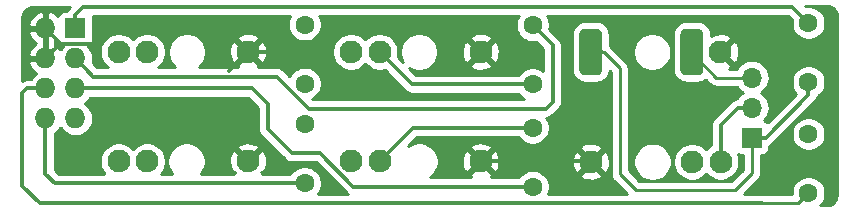
<source format=gbr>
G04 #@! TF.GenerationSoftware,KiCad,Pcbnew,5.1.4+dfsg1-1*
G04 #@! TF.CreationDate,2020-04-10T18:02:35-04:00*
G04 #@! TF.ProjectId,LilMix,4c696c4d-6978-42e6-9b69-6361645f7063,rev?*
G04 #@! TF.SameCoordinates,Original*
G04 #@! TF.FileFunction,Copper,L2,Bot*
G04 #@! TF.FilePolarity,Positive*
%FSLAX46Y46*%
G04 Gerber Fmt 4.6, Leading zero omitted, Abs format (unit mm)*
G04 Created by KiCad (PCBNEW 5.1.4+dfsg1-1) date 2020-04-10 18:02:35*
%MOMM*%
%LPD*%
G04 APERTURE LIST*
%ADD10O,1.700000X1.700000*%
%ADD11R,1.700000X1.700000*%
%ADD12C,1.600000*%
%ADD13C,1.930400*%
%ADD14C,0.100000*%
%ADD15O,1.727200X1.727200*%
%ADD16R,1.727200X1.727200*%
%ADD17C,0.300000*%
%ADD18C,0.250000*%
%ADD19C,0.254000*%
G04 APERTURE END LIST*
D10*
X149680000Y-125360000D03*
X149680000Y-127900000D03*
D11*
X149680000Y-130440000D03*
D12*
X131107000Y-134599000D03*
X131107000Y-129599000D03*
D13*
X126715000Y-123175000D03*
X115742200Y-123175000D03*
X118155200Y-123175000D03*
D12*
X111807000Y-125866000D03*
X111807000Y-120866000D03*
D13*
X126715000Y-132450000D03*
X115742200Y-132450000D03*
X118155200Y-132450000D03*
X144608800Y-132480000D03*
X147021800Y-132480000D03*
X136049000Y-132480000D03*
D14*
G36*
X145122703Y-121227124D02*
G01*
X145169551Y-121234073D01*
X145215491Y-121245581D01*
X145260083Y-121261536D01*
X145302896Y-121281785D01*
X145343518Y-121306133D01*
X145381558Y-121334345D01*
X145416650Y-121366150D01*
X145448455Y-121401242D01*
X145476667Y-121439282D01*
X145501015Y-121479904D01*
X145521264Y-121522717D01*
X145537219Y-121567309D01*
X145548727Y-121613249D01*
X145555676Y-121660097D01*
X145558000Y-121707400D01*
X145558000Y-124672600D01*
X145555676Y-124719903D01*
X145548727Y-124766751D01*
X145537219Y-124812691D01*
X145521264Y-124857283D01*
X145501015Y-124900096D01*
X145476667Y-124940718D01*
X145448455Y-124978758D01*
X145416650Y-125013850D01*
X145381558Y-125045655D01*
X145343518Y-125073867D01*
X145302896Y-125098215D01*
X145260083Y-125118464D01*
X145215491Y-125134419D01*
X145169551Y-125145927D01*
X145122703Y-125152876D01*
X145075400Y-125155200D01*
X144110200Y-125155200D01*
X144062897Y-125152876D01*
X144016049Y-125145927D01*
X143970109Y-125134419D01*
X143925517Y-125118464D01*
X143882704Y-125098215D01*
X143842082Y-125073867D01*
X143804042Y-125045655D01*
X143768950Y-125013850D01*
X143737145Y-124978758D01*
X143708933Y-124940718D01*
X143684585Y-124900096D01*
X143664336Y-124857283D01*
X143648381Y-124812691D01*
X143636873Y-124766751D01*
X143629924Y-124719903D01*
X143627600Y-124672600D01*
X143627600Y-121707400D01*
X143629924Y-121660097D01*
X143636873Y-121613249D01*
X143648381Y-121567309D01*
X143664336Y-121522717D01*
X143684585Y-121479904D01*
X143708933Y-121439282D01*
X143737145Y-121401242D01*
X143768950Y-121366150D01*
X143804042Y-121334345D01*
X143842082Y-121306133D01*
X143882704Y-121281785D01*
X143925517Y-121261536D01*
X143970109Y-121245581D01*
X144016049Y-121234073D01*
X144062897Y-121227124D01*
X144110200Y-121224800D01*
X145075400Y-121224800D01*
X145122703Y-121227124D01*
X145122703Y-121227124D01*
G37*
D13*
X144592800Y-123190000D03*
X147005800Y-123190000D03*
D14*
G36*
X136562903Y-121227124D02*
G01*
X136609751Y-121234073D01*
X136655691Y-121245581D01*
X136700283Y-121261536D01*
X136743096Y-121281785D01*
X136783718Y-121306133D01*
X136821758Y-121334345D01*
X136856850Y-121366150D01*
X136888655Y-121401242D01*
X136916867Y-121439282D01*
X136941215Y-121479904D01*
X136961464Y-121522717D01*
X136977419Y-121567309D01*
X136988927Y-121613249D01*
X136995876Y-121660097D01*
X136998200Y-121707400D01*
X136998200Y-124672600D01*
X136995876Y-124719903D01*
X136988927Y-124766751D01*
X136977419Y-124812691D01*
X136961464Y-124857283D01*
X136941215Y-124900096D01*
X136916867Y-124940718D01*
X136888655Y-124978758D01*
X136856850Y-125013850D01*
X136821758Y-125045655D01*
X136783718Y-125073867D01*
X136743096Y-125098215D01*
X136700283Y-125118464D01*
X136655691Y-125134419D01*
X136609751Y-125145927D01*
X136562903Y-125152876D01*
X136515600Y-125155200D01*
X135550400Y-125155200D01*
X135503097Y-125152876D01*
X135456249Y-125145927D01*
X135410309Y-125134419D01*
X135365717Y-125118464D01*
X135322904Y-125098215D01*
X135282282Y-125073867D01*
X135244242Y-125045655D01*
X135209150Y-125013850D01*
X135177345Y-124978758D01*
X135149133Y-124940718D01*
X135124785Y-124900096D01*
X135104536Y-124857283D01*
X135088581Y-124812691D01*
X135077073Y-124766751D01*
X135070124Y-124719903D01*
X135067800Y-124672600D01*
X135067800Y-121707400D01*
X135070124Y-121660097D01*
X135077073Y-121613249D01*
X135088581Y-121567309D01*
X135104536Y-121522717D01*
X135124785Y-121479904D01*
X135149133Y-121439282D01*
X135177345Y-121401242D01*
X135209150Y-121366150D01*
X135244242Y-121334345D01*
X135282282Y-121306133D01*
X135322904Y-121281785D01*
X135365717Y-121261536D01*
X135410309Y-121245581D01*
X135456249Y-121234073D01*
X135503097Y-121227124D01*
X135550400Y-121224800D01*
X136515600Y-121224800D01*
X136562903Y-121227124D01*
X136562903Y-121227124D01*
G37*
D13*
X136033000Y-123190000D03*
D12*
X111807000Y-129306000D03*
X111807000Y-134306000D03*
X154469000Y-120726000D03*
X154469000Y-125726000D03*
D15*
X89860000Y-128820000D03*
X92400000Y-128820000D03*
X89860000Y-126280000D03*
X92400000Y-126280000D03*
X89860000Y-123740000D03*
X92400000Y-123740000D03*
X89860000Y-121200000D03*
D16*
X92400000Y-121200000D03*
D13*
X98468200Y-123178000D03*
X96055200Y-123178000D03*
X107028000Y-123178000D03*
X98468200Y-132453000D03*
X96055200Y-132453000D03*
X107028000Y-132453000D03*
D12*
X154469000Y-130124000D03*
X154469000Y-135124000D03*
X131107000Y-120939000D03*
X131107000Y-125939000D03*
D17*
X131107000Y-125939000D02*
X120919200Y-125939000D01*
X120919200Y-125939000D02*
X118155200Y-123175000D01*
X115105000Y-120935000D02*
X124475000Y-120935000D01*
X124475000Y-120935000D02*
X126715000Y-123175000D01*
X112862000Y-123178000D02*
X115105000Y-120935000D01*
X107028000Y-123178000D02*
X112862000Y-123178000D01*
X105432399Y-124773601D02*
X107028000Y-123178000D01*
X91126399Y-122526399D02*
X91073601Y-122526399D01*
X91073601Y-122526399D02*
X90726399Y-122873601D01*
X91126399Y-122526399D02*
X90726399Y-122526399D01*
X93973601Y-122526399D02*
X91126399Y-122526399D01*
X90726399Y-122126399D02*
X91126399Y-122526399D01*
X90726399Y-122066399D02*
X90726399Y-122126399D01*
X90726399Y-122526399D02*
X90726399Y-122873601D01*
X126715000Y-132450000D02*
X136019000Y-132450000D01*
X136019000Y-132450000D02*
X136049000Y-132480000D01*
X90726399Y-122873601D02*
X89860000Y-123740000D01*
X95500000Y-121000000D02*
X93973601Y-122526399D01*
X90726399Y-122066399D02*
X89860000Y-121200000D01*
X107028000Y-123178000D02*
X104850000Y-121000000D01*
X90726399Y-122526399D02*
X90726399Y-122066399D01*
X104850000Y-121000000D02*
X95500000Y-121000000D01*
X89860000Y-133490000D02*
X90676000Y-134306000D01*
D18*
X89860000Y-133490000D02*
X90455000Y-134085000D01*
D17*
X111807000Y-134306000D02*
X90676000Y-134306000D01*
X90676000Y-134306000D02*
X90455000Y-134085000D01*
X89860000Y-128820000D02*
X89860000Y-133490000D01*
X92400000Y-126280000D02*
X107380000Y-126280000D01*
X107380000Y-126280000D02*
X108672500Y-127572500D01*
X108672500Y-129727500D02*
X110705000Y-131760000D01*
X110705000Y-131760000D02*
X113105702Y-131760000D01*
X113105702Y-131760000D02*
X115944702Y-134599000D01*
X115944702Y-134599000D02*
X129975630Y-134599000D01*
X129975630Y-134599000D02*
X131107000Y-134599000D01*
X108672500Y-127572500D02*
X108672500Y-129727500D01*
X87900000Y-126700000D02*
X87900000Y-134505000D01*
X87900000Y-134505000D02*
X89388999Y-135993999D01*
X89860000Y-126280000D02*
X88320000Y-126280000D01*
X88320000Y-126280000D02*
X87900000Y-126700000D01*
D18*
X150499001Y-135993999D02*
X153599001Y-135993999D01*
X153599001Y-135993999D02*
X154469000Y-135124000D01*
D17*
X150499001Y-135993999D02*
X89388999Y-135993999D01*
X94650000Y-119350000D02*
X153093000Y-119350000D01*
X92400000Y-121200000D02*
X92400000Y-120036400D01*
X94210000Y-119350000D02*
X94650000Y-119350000D01*
X92400000Y-120036400D02*
X93086400Y-119350000D01*
X93086400Y-119350000D02*
X94650000Y-119350000D01*
X153093000Y-119350000D02*
X154469000Y-120726000D01*
X132230000Y-127985000D02*
X112188002Y-127985000D01*
X112188002Y-127985000D02*
X109476611Y-125273609D01*
X132805000Y-122637000D02*
X132805000Y-127410000D01*
X132805000Y-127410000D02*
X132230000Y-127985000D01*
X131107000Y-120939000D02*
X132805000Y-122637000D01*
X93263599Y-124603599D02*
X92400000Y-123740000D01*
X109476611Y-125273609D02*
X93933609Y-125273609D01*
X93933609Y-125273609D02*
X93263599Y-124603599D01*
X118155200Y-132450000D02*
X121006200Y-129599000D01*
X121006200Y-129599000D02*
X131107000Y-129599000D01*
D18*
X136049000Y-123209000D02*
X137114200Y-123209000D01*
X148240000Y-134900000D02*
X149680000Y-133460000D01*
X149680000Y-133460000D02*
X149680000Y-130440000D01*
X137114200Y-123209000D02*
X138480000Y-124574800D01*
D17*
X136049000Y-123209000D02*
X137014200Y-123209000D01*
X149680000Y-130440000D02*
X150830000Y-130440000D01*
X150830000Y-130440000D02*
X154469000Y-126801000D01*
X154469000Y-126801000D02*
X154469000Y-125726000D01*
D18*
X139840000Y-134900000D02*
X148240000Y-134900000D01*
X138480000Y-133540000D02*
X139840000Y-134900000D01*
X138480000Y-124574800D02*
X138480000Y-133540000D01*
X146630000Y-125360000D02*
X145083810Y-123813810D01*
X145083810Y-123813810D02*
X145083810Y-123209000D01*
X149680000Y-125360000D02*
X146630000Y-125360000D01*
D17*
X148477919Y-127900000D02*
X147021800Y-129356119D01*
X149680000Y-127900000D02*
X148477919Y-127900000D01*
X147021800Y-129356119D02*
X147021800Y-132480000D01*
D19*
G36*
X156196497Y-119305677D02*
G01*
X156360639Y-119355356D01*
X156511885Y-119436183D01*
X156644395Y-119545034D01*
X156753055Y-119677709D01*
X156833660Y-119829075D01*
X156883097Y-119993286D01*
X156900055Y-120170257D01*
X156855926Y-135306313D01*
X156838100Y-135482376D01*
X156788161Y-135645610D01*
X156707390Y-135795994D01*
X156598883Y-135927770D01*
X156466791Y-136035893D01*
X156316173Y-136116223D01*
X156152792Y-136165687D01*
X155976681Y-136183000D01*
X155439396Y-136183000D01*
X155583637Y-136038759D01*
X155740680Y-135803727D01*
X155848853Y-135542574D01*
X155904000Y-135265335D01*
X155904000Y-134982665D01*
X155848853Y-134705426D01*
X155740680Y-134444273D01*
X155583637Y-134209241D01*
X155383759Y-134009363D01*
X155148727Y-133852320D01*
X154887574Y-133744147D01*
X154610335Y-133689000D01*
X154327665Y-133689000D01*
X154050426Y-133744147D01*
X153789273Y-133852320D01*
X153554241Y-134009363D01*
X153354363Y-134209241D01*
X153197320Y-134444273D01*
X153089147Y-134705426D01*
X153034000Y-134982665D01*
X153034000Y-135233999D01*
X150697856Y-135233999D01*
X150652888Y-135220358D01*
X150537562Y-135208999D01*
X149005802Y-135208999D01*
X150191004Y-134023798D01*
X150220001Y-134000001D01*
X150314974Y-133884276D01*
X150385546Y-133752247D01*
X150429003Y-133608986D01*
X150440000Y-133497333D01*
X150440000Y-133497332D01*
X150443677Y-133460000D01*
X150440000Y-133422667D01*
X150440000Y-131928072D01*
X150530000Y-131928072D01*
X150654482Y-131915812D01*
X150774180Y-131879502D01*
X150884494Y-131820537D01*
X150981185Y-131741185D01*
X151060537Y-131644494D01*
X151119502Y-131534180D01*
X151155812Y-131414482D01*
X151168072Y-131290000D01*
X151168072Y-131149399D01*
X151268233Y-131095862D01*
X151387764Y-130997764D01*
X151412347Y-130967810D01*
X152397492Y-129982665D01*
X153034000Y-129982665D01*
X153034000Y-130265335D01*
X153089147Y-130542574D01*
X153197320Y-130803727D01*
X153354363Y-131038759D01*
X153554241Y-131238637D01*
X153789273Y-131395680D01*
X154050426Y-131503853D01*
X154327665Y-131559000D01*
X154610335Y-131559000D01*
X154887574Y-131503853D01*
X155148727Y-131395680D01*
X155383759Y-131238637D01*
X155583637Y-131038759D01*
X155740680Y-130803727D01*
X155848853Y-130542574D01*
X155904000Y-130265335D01*
X155904000Y-129982665D01*
X155848853Y-129705426D01*
X155740680Y-129444273D01*
X155583637Y-129209241D01*
X155383759Y-129009363D01*
X155148727Y-128852320D01*
X154887574Y-128744147D01*
X154610335Y-128689000D01*
X154327665Y-128689000D01*
X154050426Y-128744147D01*
X153789273Y-128852320D01*
X153554241Y-129009363D01*
X153354363Y-129209241D01*
X153197320Y-129444273D01*
X153089147Y-129705426D01*
X153034000Y-129982665D01*
X152397492Y-129982665D01*
X154996817Y-127383341D01*
X155026764Y-127358764D01*
X155057429Y-127321400D01*
X155089480Y-127282345D01*
X155124862Y-127239233D01*
X155197754Y-127102860D01*
X155242641Y-126954887D01*
X155244745Y-126933523D01*
X155383759Y-126840637D01*
X155583637Y-126640759D01*
X155740680Y-126405727D01*
X155848853Y-126144574D01*
X155904000Y-125867335D01*
X155904000Y-125584665D01*
X155848853Y-125307426D01*
X155740680Y-125046273D01*
X155583637Y-124811241D01*
X155383759Y-124611363D01*
X155148727Y-124454320D01*
X154887574Y-124346147D01*
X154610335Y-124291000D01*
X154327665Y-124291000D01*
X154050426Y-124346147D01*
X153789273Y-124454320D01*
X153554241Y-124611363D01*
X153354363Y-124811241D01*
X153197320Y-125046273D01*
X153089147Y-125307426D01*
X153034000Y-125584665D01*
X153034000Y-125867335D01*
X153089147Y-126144574D01*
X153197320Y-126405727D01*
X153354363Y-126640759D01*
X153436723Y-126723119D01*
X150999144Y-129160699D01*
X150981185Y-129138815D01*
X150884494Y-129059463D01*
X150774180Y-129000498D01*
X150705313Y-128979607D01*
X150735134Y-128955134D01*
X150920706Y-128729014D01*
X151058599Y-128471034D01*
X151143513Y-128191111D01*
X151172185Y-127900000D01*
X151143513Y-127608889D01*
X151058599Y-127328966D01*
X150920706Y-127070986D01*
X150735134Y-126844866D01*
X150509014Y-126659294D01*
X150454209Y-126630000D01*
X150509014Y-126600706D01*
X150735134Y-126415134D01*
X150920706Y-126189014D01*
X151058599Y-125931034D01*
X151143513Y-125651111D01*
X151172185Y-125360000D01*
X151143513Y-125068889D01*
X151058599Y-124788966D01*
X150920706Y-124530986D01*
X150735134Y-124304866D01*
X150509014Y-124119294D01*
X150251034Y-123981401D01*
X149971111Y-123896487D01*
X149752950Y-123875000D01*
X149607050Y-123875000D01*
X149388889Y-123896487D01*
X149108966Y-123981401D01*
X148850986Y-124119294D01*
X148624866Y-124304866D01*
X148439294Y-124530986D01*
X148402405Y-124600000D01*
X147773083Y-124600000D01*
X147845228Y-124561438D01*
X147936789Y-124300594D01*
X147005800Y-123369605D01*
X146991658Y-123383748D01*
X146812053Y-123204143D01*
X146826195Y-123190000D01*
X147185405Y-123190000D01*
X148116394Y-124120989D01*
X148377238Y-124029428D01*
X148514651Y-123745744D01*
X148594079Y-123440704D01*
X148612470Y-123126029D01*
X148569118Y-122813812D01*
X148465688Y-122516052D01*
X148377238Y-122350572D01*
X148116394Y-122259011D01*
X147185405Y-123190000D01*
X146826195Y-123190000D01*
X146812053Y-123175858D01*
X146991658Y-122996253D01*
X147005800Y-123010395D01*
X147936789Y-122079406D01*
X147845228Y-121818562D01*
X147561544Y-121681149D01*
X147256504Y-121601721D01*
X146941829Y-121583330D01*
X146629612Y-121626682D01*
X146331852Y-121730112D01*
X146196072Y-121802687D01*
X146196072Y-121707400D01*
X146174539Y-121488768D01*
X146110766Y-121278537D01*
X146007205Y-121084788D01*
X145867835Y-120914965D01*
X145698012Y-120775595D01*
X145504263Y-120672034D01*
X145294032Y-120608261D01*
X145075400Y-120586728D01*
X144110200Y-120586728D01*
X143891568Y-120608261D01*
X143681337Y-120672034D01*
X143487588Y-120775595D01*
X143317765Y-120914965D01*
X143178395Y-121084788D01*
X143074834Y-121278537D01*
X143011061Y-121488768D01*
X142989528Y-121707400D01*
X142989528Y-124672600D01*
X143011061Y-124891232D01*
X143074834Y-125101463D01*
X143178395Y-125295212D01*
X143317765Y-125465035D01*
X143487588Y-125604405D01*
X143681337Y-125707966D01*
X143891568Y-125771739D01*
X144110200Y-125793272D01*
X145075400Y-125793272D01*
X145294032Y-125771739D01*
X145504263Y-125707966D01*
X145698012Y-125604405D01*
X145753811Y-125558612D01*
X146066201Y-125871003D01*
X146089999Y-125900001D01*
X146205724Y-125994974D01*
X146337753Y-126065546D01*
X146481014Y-126109003D01*
X146592667Y-126120000D01*
X146592677Y-126120000D01*
X146630000Y-126123676D01*
X146667323Y-126120000D01*
X148402405Y-126120000D01*
X148439294Y-126189014D01*
X148624866Y-126415134D01*
X148850986Y-126600706D01*
X148905791Y-126630000D01*
X148850986Y-126659294D01*
X148624866Y-126844866D01*
X148439294Y-127070986D01*
X148414457Y-127117453D01*
X148338409Y-127124943D01*
X148324031Y-127126359D01*
X148297963Y-127134267D01*
X148176059Y-127171246D01*
X148039686Y-127244138D01*
X147979478Y-127293550D01*
X147950106Y-127317655D01*
X147950103Y-127317658D01*
X147920155Y-127342236D01*
X147895577Y-127372184D01*
X146493990Y-128773772D01*
X146464036Y-128798355D01*
X146365938Y-128917887D01*
X146293046Y-129054260D01*
X146248159Y-129202233D01*
X146236800Y-129317559D01*
X146236800Y-129317566D01*
X146233003Y-129356119D01*
X146236800Y-129394672D01*
X146236801Y-131079975D01*
X146001732Y-131237043D01*
X145815300Y-131423475D01*
X145628868Y-131237043D01*
X145366779Y-131061921D01*
X145075561Y-130941294D01*
X144766406Y-130879800D01*
X144451194Y-130879800D01*
X144142039Y-130941294D01*
X143850821Y-131061921D01*
X143588732Y-131237043D01*
X143365843Y-131459932D01*
X143190721Y-131722021D01*
X143070094Y-132013239D01*
X143008600Y-132322394D01*
X143008600Y-132637606D01*
X143070094Y-132946761D01*
X143190721Y-133237979D01*
X143365843Y-133500068D01*
X143588732Y-133722957D01*
X143850821Y-133898079D01*
X144142039Y-134018706D01*
X144451194Y-134080200D01*
X144766406Y-134080200D01*
X145075561Y-134018706D01*
X145366779Y-133898079D01*
X145628868Y-133722957D01*
X145815300Y-133536525D01*
X146001732Y-133722957D01*
X146263821Y-133898079D01*
X146555039Y-134018706D01*
X146864194Y-134080200D01*
X147179406Y-134080200D01*
X147488561Y-134018706D01*
X147779779Y-133898079D01*
X148041868Y-133722957D01*
X148264757Y-133500068D01*
X148439879Y-133237979D01*
X148560506Y-132946761D01*
X148622000Y-132637606D01*
X148622000Y-132322394D01*
X148560506Y-132013239D01*
X148482159Y-131824093D01*
X148585820Y-131879502D01*
X148705518Y-131915812D01*
X148830000Y-131928072D01*
X148920001Y-131928072D01*
X148920000Y-133145198D01*
X147925199Y-134140000D01*
X140154803Y-134140000D01*
X139240000Y-133225199D01*
X139240000Y-132325879D01*
X139646021Y-132325879D01*
X139646021Y-132644121D01*
X139708107Y-132956248D01*
X139829893Y-133250265D01*
X140006698Y-133514873D01*
X140231729Y-133739904D01*
X140496337Y-133916709D01*
X140790354Y-134038495D01*
X141102481Y-134100581D01*
X141420723Y-134100581D01*
X141732850Y-134038495D01*
X142026867Y-133916709D01*
X142291475Y-133739904D01*
X142516506Y-133514873D01*
X142693311Y-133250265D01*
X142815097Y-132956248D01*
X142877183Y-132644121D01*
X142877183Y-132325879D01*
X142815097Y-132013752D01*
X142693311Y-131719735D01*
X142516506Y-131455127D01*
X142291475Y-131230096D01*
X142026867Y-131053291D01*
X141732850Y-130931505D01*
X141420723Y-130869419D01*
X141102481Y-130869419D01*
X140790354Y-130931505D01*
X140496337Y-131053291D01*
X140231729Y-131230096D01*
X140006698Y-131455127D01*
X139829893Y-131719735D01*
X139708107Y-132013752D01*
X139646021Y-132325879D01*
X139240000Y-132325879D01*
X139240000Y-124612123D01*
X139243676Y-124574800D01*
X139240000Y-124537477D01*
X139240000Y-124537467D01*
X139229003Y-124425814D01*
X139185546Y-124282553D01*
X139177667Y-124267812D01*
X139114974Y-124150523D01*
X139043799Y-124063797D01*
X139020001Y-124034799D01*
X138991004Y-124011002D01*
X138024279Y-123044277D01*
X139624419Y-123044277D01*
X139624419Y-123362519D01*
X139686505Y-123674646D01*
X139808291Y-123968663D01*
X139985096Y-124233271D01*
X140210127Y-124458302D01*
X140474735Y-124635107D01*
X140768752Y-124756893D01*
X141080879Y-124818979D01*
X141399121Y-124818979D01*
X141711248Y-124756893D01*
X142005265Y-124635107D01*
X142269873Y-124458302D01*
X142494904Y-124233271D01*
X142671709Y-123968663D01*
X142793495Y-123674646D01*
X142855581Y-123362519D01*
X142855581Y-123044277D01*
X142793495Y-122732150D01*
X142671709Y-122438133D01*
X142494904Y-122173525D01*
X142269873Y-121948494D01*
X142005265Y-121771689D01*
X141711248Y-121649903D01*
X141399121Y-121587817D01*
X141080879Y-121587817D01*
X140768752Y-121649903D01*
X140474735Y-121771689D01*
X140210127Y-121948494D01*
X139985096Y-122173525D01*
X139808291Y-122438133D01*
X139686505Y-122732150D01*
X139624419Y-123044277D01*
X138024279Y-123044277D01*
X137678004Y-122698003D01*
X137654201Y-122668999D01*
X137636272Y-122654285D01*
X137636272Y-121707400D01*
X137614739Y-121488768D01*
X137550966Y-121278537D01*
X137447405Y-121084788D01*
X137308035Y-120914965D01*
X137138212Y-120775595D01*
X136944463Y-120672034D01*
X136734232Y-120608261D01*
X136515600Y-120586728D01*
X135550400Y-120586728D01*
X135331768Y-120608261D01*
X135121537Y-120672034D01*
X134927788Y-120775595D01*
X134757965Y-120914965D01*
X134618595Y-121084788D01*
X134515034Y-121278537D01*
X134451261Y-121488768D01*
X134429728Y-121707400D01*
X134429728Y-124672600D01*
X134451261Y-124891232D01*
X134515034Y-125101463D01*
X134618595Y-125295212D01*
X134757965Y-125465035D01*
X134927788Y-125604405D01*
X135121537Y-125707966D01*
X135331768Y-125771739D01*
X135550400Y-125793272D01*
X136515600Y-125793272D01*
X136734232Y-125771739D01*
X136944463Y-125707966D01*
X137138212Y-125604405D01*
X137308035Y-125465035D01*
X137447405Y-125295212D01*
X137550966Y-125101463D01*
X137614739Y-124891232D01*
X137624323Y-124793925D01*
X137720000Y-124889602D01*
X137720001Y-133502668D01*
X137716324Y-133540000D01*
X137720001Y-133577333D01*
X137730998Y-133688986D01*
X137732203Y-133692957D01*
X137774454Y-133832246D01*
X137845026Y-133964276D01*
X137909895Y-134043318D01*
X137940000Y-134080001D01*
X137968998Y-134103799D01*
X139074196Y-135208999D01*
X132407562Y-135208999D01*
X132486853Y-135017574D01*
X132542000Y-134740335D01*
X132542000Y-134457665D01*
X132486853Y-134180426D01*
X132378680Y-133919273D01*
X132221637Y-133684241D01*
X132127990Y-133590594D01*
X135118011Y-133590594D01*
X135209572Y-133851438D01*
X135493256Y-133988851D01*
X135798296Y-134068279D01*
X136112971Y-134086670D01*
X136425188Y-134043318D01*
X136722948Y-133939888D01*
X136888428Y-133851438D01*
X136979989Y-133590594D01*
X136049000Y-132659605D01*
X135118011Y-133590594D01*
X132127990Y-133590594D01*
X132021759Y-133484363D01*
X131786727Y-133327320D01*
X131525574Y-133219147D01*
X131248335Y-133164000D01*
X130965665Y-133164000D01*
X130688426Y-133219147D01*
X130427273Y-133327320D01*
X130192241Y-133484363D01*
X129992363Y-133684241D01*
X129905661Y-133814000D01*
X127557039Y-133814000D01*
X127645989Y-133560594D01*
X126715000Y-132629605D01*
X125784011Y-133560594D01*
X125872961Y-133814000D01*
X122411565Y-133814000D01*
X122559873Y-133714904D01*
X122784904Y-133489873D01*
X122961709Y-133225265D01*
X123083495Y-132931248D01*
X123145581Y-132619121D01*
X123145581Y-132513971D01*
X125108330Y-132513971D01*
X125151682Y-132826188D01*
X125255112Y-133123948D01*
X125343562Y-133289428D01*
X125604406Y-133380989D01*
X126535395Y-132450000D01*
X126894605Y-132450000D01*
X127825594Y-133380989D01*
X128086438Y-133289428D01*
X128223851Y-133005744D01*
X128303279Y-132700704D01*
X128312439Y-132543971D01*
X134442330Y-132543971D01*
X134485682Y-132856188D01*
X134589112Y-133153948D01*
X134677562Y-133319428D01*
X134938406Y-133410989D01*
X135869395Y-132480000D01*
X136228605Y-132480000D01*
X137159594Y-133410989D01*
X137420438Y-133319428D01*
X137557851Y-133035744D01*
X137637279Y-132730704D01*
X137655670Y-132416029D01*
X137612318Y-132103812D01*
X137508888Y-131806052D01*
X137420438Y-131640572D01*
X137159594Y-131549011D01*
X136228605Y-132480000D01*
X135869395Y-132480000D01*
X134938406Y-131549011D01*
X134677562Y-131640572D01*
X134540149Y-131924256D01*
X134460721Y-132229296D01*
X134442330Y-132543971D01*
X128312439Y-132543971D01*
X128321670Y-132386029D01*
X128278318Y-132073812D01*
X128174888Y-131776052D01*
X128086438Y-131610572D01*
X127825594Y-131519011D01*
X126894605Y-132450000D01*
X126535395Y-132450000D01*
X125604406Y-131519011D01*
X125343562Y-131610572D01*
X125206149Y-131894256D01*
X125126721Y-132199296D01*
X125108330Y-132513971D01*
X123145581Y-132513971D01*
X123145581Y-132300879D01*
X123083495Y-131988752D01*
X122961709Y-131694735D01*
X122784904Y-131430127D01*
X122694183Y-131339406D01*
X125784011Y-131339406D01*
X126715000Y-132270395D01*
X127615989Y-131369406D01*
X135118011Y-131369406D01*
X136049000Y-132300395D01*
X136979989Y-131369406D01*
X136888428Y-131108562D01*
X136604744Y-130971149D01*
X136299704Y-130891721D01*
X135985029Y-130873330D01*
X135672812Y-130916682D01*
X135375052Y-131020112D01*
X135209572Y-131108562D01*
X135118011Y-131369406D01*
X127615989Y-131369406D01*
X127645989Y-131339406D01*
X127554428Y-131078562D01*
X127270744Y-130941149D01*
X126965704Y-130861721D01*
X126651029Y-130843330D01*
X126338812Y-130886682D01*
X126041052Y-130990112D01*
X125875572Y-131078562D01*
X125784011Y-131339406D01*
X122694183Y-131339406D01*
X122559873Y-131205096D01*
X122295265Y-131028291D01*
X122001248Y-130906505D01*
X121689121Y-130844419D01*
X121370879Y-130844419D01*
X121058752Y-130906505D01*
X120764735Y-131028291D01*
X120530667Y-131184690D01*
X121331357Y-130384000D01*
X129905661Y-130384000D01*
X129992363Y-130513759D01*
X130192241Y-130713637D01*
X130427273Y-130870680D01*
X130688426Y-130978853D01*
X130965665Y-131034000D01*
X131248335Y-131034000D01*
X131525574Y-130978853D01*
X131786727Y-130870680D01*
X132021759Y-130713637D01*
X132221637Y-130513759D01*
X132378680Y-130278727D01*
X132486853Y-130017574D01*
X132542000Y-129740335D01*
X132542000Y-129457665D01*
X132486853Y-129180426D01*
X132378680Y-128919273D01*
X132278298Y-128769041D01*
X132383887Y-128758641D01*
X132531860Y-128713754D01*
X132668233Y-128640862D01*
X132787764Y-128542764D01*
X132812347Y-128512810D01*
X133332810Y-127992347D01*
X133362764Y-127967764D01*
X133460862Y-127848233D01*
X133533754Y-127711860D01*
X133542466Y-127683140D01*
X133578642Y-127563887D01*
X133589182Y-127456862D01*
X133590000Y-127448561D01*
X133590000Y-127448556D01*
X133593797Y-127410000D01*
X133590000Y-127371444D01*
X133590000Y-122675556D01*
X133593797Y-122637000D01*
X133590000Y-122598440D01*
X133590000Y-122598439D01*
X133583573Y-122533183D01*
X133578642Y-122483113D01*
X133533754Y-122335140D01*
X133460862Y-122198767D01*
X133362764Y-122079236D01*
X133332811Y-122054654D01*
X132511554Y-121233397D01*
X132542000Y-121080335D01*
X132542000Y-120797665D01*
X132486853Y-120520426D01*
X132378680Y-120259273D01*
X132295644Y-120135000D01*
X152767843Y-120135000D01*
X153064446Y-120431603D01*
X153034000Y-120584665D01*
X153034000Y-120867335D01*
X153089147Y-121144574D01*
X153197320Y-121405727D01*
X153354363Y-121640759D01*
X153554241Y-121840637D01*
X153789273Y-121997680D01*
X154050426Y-122105853D01*
X154327665Y-122161000D01*
X154610335Y-122161000D01*
X154887574Y-122105853D01*
X155148727Y-121997680D01*
X155383759Y-121840637D01*
X155583637Y-121640759D01*
X155740680Y-121405727D01*
X155848853Y-121144574D01*
X155904000Y-120867335D01*
X155904000Y-120584665D01*
X155848853Y-120307426D01*
X155740680Y-120046273D01*
X155583637Y-119811241D01*
X155383759Y-119611363D01*
X155148727Y-119454320D01*
X154887574Y-119346147D01*
X154610335Y-119291000D01*
X154327665Y-119291000D01*
X154174603Y-119321446D01*
X154144324Y-119291167D01*
X156019560Y-119288459D01*
X156196497Y-119305677D01*
X156196497Y-119305677D01*
G37*
X156196497Y-119305677D02*
X156360639Y-119355356D01*
X156511885Y-119436183D01*
X156644395Y-119545034D01*
X156753055Y-119677709D01*
X156833660Y-119829075D01*
X156883097Y-119993286D01*
X156900055Y-120170257D01*
X156855926Y-135306313D01*
X156838100Y-135482376D01*
X156788161Y-135645610D01*
X156707390Y-135795994D01*
X156598883Y-135927770D01*
X156466791Y-136035893D01*
X156316173Y-136116223D01*
X156152792Y-136165687D01*
X155976681Y-136183000D01*
X155439396Y-136183000D01*
X155583637Y-136038759D01*
X155740680Y-135803727D01*
X155848853Y-135542574D01*
X155904000Y-135265335D01*
X155904000Y-134982665D01*
X155848853Y-134705426D01*
X155740680Y-134444273D01*
X155583637Y-134209241D01*
X155383759Y-134009363D01*
X155148727Y-133852320D01*
X154887574Y-133744147D01*
X154610335Y-133689000D01*
X154327665Y-133689000D01*
X154050426Y-133744147D01*
X153789273Y-133852320D01*
X153554241Y-134009363D01*
X153354363Y-134209241D01*
X153197320Y-134444273D01*
X153089147Y-134705426D01*
X153034000Y-134982665D01*
X153034000Y-135233999D01*
X150697856Y-135233999D01*
X150652888Y-135220358D01*
X150537562Y-135208999D01*
X149005802Y-135208999D01*
X150191004Y-134023798D01*
X150220001Y-134000001D01*
X150314974Y-133884276D01*
X150385546Y-133752247D01*
X150429003Y-133608986D01*
X150440000Y-133497333D01*
X150440000Y-133497332D01*
X150443677Y-133460000D01*
X150440000Y-133422667D01*
X150440000Y-131928072D01*
X150530000Y-131928072D01*
X150654482Y-131915812D01*
X150774180Y-131879502D01*
X150884494Y-131820537D01*
X150981185Y-131741185D01*
X151060537Y-131644494D01*
X151119502Y-131534180D01*
X151155812Y-131414482D01*
X151168072Y-131290000D01*
X151168072Y-131149399D01*
X151268233Y-131095862D01*
X151387764Y-130997764D01*
X151412347Y-130967810D01*
X152397492Y-129982665D01*
X153034000Y-129982665D01*
X153034000Y-130265335D01*
X153089147Y-130542574D01*
X153197320Y-130803727D01*
X153354363Y-131038759D01*
X153554241Y-131238637D01*
X153789273Y-131395680D01*
X154050426Y-131503853D01*
X154327665Y-131559000D01*
X154610335Y-131559000D01*
X154887574Y-131503853D01*
X155148727Y-131395680D01*
X155383759Y-131238637D01*
X155583637Y-131038759D01*
X155740680Y-130803727D01*
X155848853Y-130542574D01*
X155904000Y-130265335D01*
X155904000Y-129982665D01*
X155848853Y-129705426D01*
X155740680Y-129444273D01*
X155583637Y-129209241D01*
X155383759Y-129009363D01*
X155148727Y-128852320D01*
X154887574Y-128744147D01*
X154610335Y-128689000D01*
X154327665Y-128689000D01*
X154050426Y-128744147D01*
X153789273Y-128852320D01*
X153554241Y-129009363D01*
X153354363Y-129209241D01*
X153197320Y-129444273D01*
X153089147Y-129705426D01*
X153034000Y-129982665D01*
X152397492Y-129982665D01*
X154996817Y-127383341D01*
X155026764Y-127358764D01*
X155057429Y-127321400D01*
X155089480Y-127282345D01*
X155124862Y-127239233D01*
X155197754Y-127102860D01*
X155242641Y-126954887D01*
X155244745Y-126933523D01*
X155383759Y-126840637D01*
X155583637Y-126640759D01*
X155740680Y-126405727D01*
X155848853Y-126144574D01*
X155904000Y-125867335D01*
X155904000Y-125584665D01*
X155848853Y-125307426D01*
X155740680Y-125046273D01*
X155583637Y-124811241D01*
X155383759Y-124611363D01*
X155148727Y-124454320D01*
X154887574Y-124346147D01*
X154610335Y-124291000D01*
X154327665Y-124291000D01*
X154050426Y-124346147D01*
X153789273Y-124454320D01*
X153554241Y-124611363D01*
X153354363Y-124811241D01*
X153197320Y-125046273D01*
X153089147Y-125307426D01*
X153034000Y-125584665D01*
X153034000Y-125867335D01*
X153089147Y-126144574D01*
X153197320Y-126405727D01*
X153354363Y-126640759D01*
X153436723Y-126723119D01*
X150999144Y-129160699D01*
X150981185Y-129138815D01*
X150884494Y-129059463D01*
X150774180Y-129000498D01*
X150705313Y-128979607D01*
X150735134Y-128955134D01*
X150920706Y-128729014D01*
X151058599Y-128471034D01*
X151143513Y-128191111D01*
X151172185Y-127900000D01*
X151143513Y-127608889D01*
X151058599Y-127328966D01*
X150920706Y-127070986D01*
X150735134Y-126844866D01*
X150509014Y-126659294D01*
X150454209Y-126630000D01*
X150509014Y-126600706D01*
X150735134Y-126415134D01*
X150920706Y-126189014D01*
X151058599Y-125931034D01*
X151143513Y-125651111D01*
X151172185Y-125360000D01*
X151143513Y-125068889D01*
X151058599Y-124788966D01*
X150920706Y-124530986D01*
X150735134Y-124304866D01*
X150509014Y-124119294D01*
X150251034Y-123981401D01*
X149971111Y-123896487D01*
X149752950Y-123875000D01*
X149607050Y-123875000D01*
X149388889Y-123896487D01*
X149108966Y-123981401D01*
X148850986Y-124119294D01*
X148624866Y-124304866D01*
X148439294Y-124530986D01*
X148402405Y-124600000D01*
X147773083Y-124600000D01*
X147845228Y-124561438D01*
X147936789Y-124300594D01*
X147005800Y-123369605D01*
X146991658Y-123383748D01*
X146812053Y-123204143D01*
X146826195Y-123190000D01*
X147185405Y-123190000D01*
X148116394Y-124120989D01*
X148377238Y-124029428D01*
X148514651Y-123745744D01*
X148594079Y-123440704D01*
X148612470Y-123126029D01*
X148569118Y-122813812D01*
X148465688Y-122516052D01*
X148377238Y-122350572D01*
X148116394Y-122259011D01*
X147185405Y-123190000D01*
X146826195Y-123190000D01*
X146812053Y-123175858D01*
X146991658Y-122996253D01*
X147005800Y-123010395D01*
X147936789Y-122079406D01*
X147845228Y-121818562D01*
X147561544Y-121681149D01*
X147256504Y-121601721D01*
X146941829Y-121583330D01*
X146629612Y-121626682D01*
X146331852Y-121730112D01*
X146196072Y-121802687D01*
X146196072Y-121707400D01*
X146174539Y-121488768D01*
X146110766Y-121278537D01*
X146007205Y-121084788D01*
X145867835Y-120914965D01*
X145698012Y-120775595D01*
X145504263Y-120672034D01*
X145294032Y-120608261D01*
X145075400Y-120586728D01*
X144110200Y-120586728D01*
X143891568Y-120608261D01*
X143681337Y-120672034D01*
X143487588Y-120775595D01*
X143317765Y-120914965D01*
X143178395Y-121084788D01*
X143074834Y-121278537D01*
X143011061Y-121488768D01*
X142989528Y-121707400D01*
X142989528Y-124672600D01*
X143011061Y-124891232D01*
X143074834Y-125101463D01*
X143178395Y-125295212D01*
X143317765Y-125465035D01*
X143487588Y-125604405D01*
X143681337Y-125707966D01*
X143891568Y-125771739D01*
X144110200Y-125793272D01*
X145075400Y-125793272D01*
X145294032Y-125771739D01*
X145504263Y-125707966D01*
X145698012Y-125604405D01*
X145753811Y-125558612D01*
X146066201Y-125871003D01*
X146089999Y-125900001D01*
X146205724Y-125994974D01*
X146337753Y-126065546D01*
X146481014Y-126109003D01*
X146592667Y-126120000D01*
X146592677Y-126120000D01*
X146630000Y-126123676D01*
X146667323Y-126120000D01*
X148402405Y-126120000D01*
X148439294Y-126189014D01*
X148624866Y-126415134D01*
X148850986Y-126600706D01*
X148905791Y-126630000D01*
X148850986Y-126659294D01*
X148624866Y-126844866D01*
X148439294Y-127070986D01*
X148414457Y-127117453D01*
X148338409Y-127124943D01*
X148324031Y-127126359D01*
X148297963Y-127134267D01*
X148176059Y-127171246D01*
X148039686Y-127244138D01*
X147979478Y-127293550D01*
X147950106Y-127317655D01*
X147950103Y-127317658D01*
X147920155Y-127342236D01*
X147895577Y-127372184D01*
X146493990Y-128773772D01*
X146464036Y-128798355D01*
X146365938Y-128917887D01*
X146293046Y-129054260D01*
X146248159Y-129202233D01*
X146236800Y-129317559D01*
X146236800Y-129317566D01*
X146233003Y-129356119D01*
X146236800Y-129394672D01*
X146236801Y-131079975D01*
X146001732Y-131237043D01*
X145815300Y-131423475D01*
X145628868Y-131237043D01*
X145366779Y-131061921D01*
X145075561Y-130941294D01*
X144766406Y-130879800D01*
X144451194Y-130879800D01*
X144142039Y-130941294D01*
X143850821Y-131061921D01*
X143588732Y-131237043D01*
X143365843Y-131459932D01*
X143190721Y-131722021D01*
X143070094Y-132013239D01*
X143008600Y-132322394D01*
X143008600Y-132637606D01*
X143070094Y-132946761D01*
X143190721Y-133237979D01*
X143365843Y-133500068D01*
X143588732Y-133722957D01*
X143850821Y-133898079D01*
X144142039Y-134018706D01*
X144451194Y-134080200D01*
X144766406Y-134080200D01*
X145075561Y-134018706D01*
X145366779Y-133898079D01*
X145628868Y-133722957D01*
X145815300Y-133536525D01*
X146001732Y-133722957D01*
X146263821Y-133898079D01*
X146555039Y-134018706D01*
X146864194Y-134080200D01*
X147179406Y-134080200D01*
X147488561Y-134018706D01*
X147779779Y-133898079D01*
X148041868Y-133722957D01*
X148264757Y-133500068D01*
X148439879Y-133237979D01*
X148560506Y-132946761D01*
X148622000Y-132637606D01*
X148622000Y-132322394D01*
X148560506Y-132013239D01*
X148482159Y-131824093D01*
X148585820Y-131879502D01*
X148705518Y-131915812D01*
X148830000Y-131928072D01*
X148920001Y-131928072D01*
X148920000Y-133145198D01*
X147925199Y-134140000D01*
X140154803Y-134140000D01*
X139240000Y-133225199D01*
X139240000Y-132325879D01*
X139646021Y-132325879D01*
X139646021Y-132644121D01*
X139708107Y-132956248D01*
X139829893Y-133250265D01*
X140006698Y-133514873D01*
X140231729Y-133739904D01*
X140496337Y-133916709D01*
X140790354Y-134038495D01*
X141102481Y-134100581D01*
X141420723Y-134100581D01*
X141732850Y-134038495D01*
X142026867Y-133916709D01*
X142291475Y-133739904D01*
X142516506Y-133514873D01*
X142693311Y-133250265D01*
X142815097Y-132956248D01*
X142877183Y-132644121D01*
X142877183Y-132325879D01*
X142815097Y-132013752D01*
X142693311Y-131719735D01*
X142516506Y-131455127D01*
X142291475Y-131230096D01*
X142026867Y-131053291D01*
X141732850Y-130931505D01*
X141420723Y-130869419D01*
X141102481Y-130869419D01*
X140790354Y-130931505D01*
X140496337Y-131053291D01*
X140231729Y-131230096D01*
X140006698Y-131455127D01*
X139829893Y-131719735D01*
X139708107Y-132013752D01*
X139646021Y-132325879D01*
X139240000Y-132325879D01*
X139240000Y-124612123D01*
X139243676Y-124574800D01*
X139240000Y-124537477D01*
X139240000Y-124537467D01*
X139229003Y-124425814D01*
X139185546Y-124282553D01*
X139177667Y-124267812D01*
X139114974Y-124150523D01*
X139043799Y-124063797D01*
X139020001Y-124034799D01*
X138991004Y-124011002D01*
X138024279Y-123044277D01*
X139624419Y-123044277D01*
X139624419Y-123362519D01*
X139686505Y-123674646D01*
X139808291Y-123968663D01*
X139985096Y-124233271D01*
X140210127Y-124458302D01*
X140474735Y-124635107D01*
X140768752Y-124756893D01*
X141080879Y-124818979D01*
X141399121Y-124818979D01*
X141711248Y-124756893D01*
X142005265Y-124635107D01*
X142269873Y-124458302D01*
X142494904Y-124233271D01*
X142671709Y-123968663D01*
X142793495Y-123674646D01*
X142855581Y-123362519D01*
X142855581Y-123044277D01*
X142793495Y-122732150D01*
X142671709Y-122438133D01*
X142494904Y-122173525D01*
X142269873Y-121948494D01*
X142005265Y-121771689D01*
X141711248Y-121649903D01*
X141399121Y-121587817D01*
X141080879Y-121587817D01*
X140768752Y-121649903D01*
X140474735Y-121771689D01*
X140210127Y-121948494D01*
X139985096Y-122173525D01*
X139808291Y-122438133D01*
X139686505Y-122732150D01*
X139624419Y-123044277D01*
X138024279Y-123044277D01*
X137678004Y-122698003D01*
X137654201Y-122668999D01*
X137636272Y-122654285D01*
X137636272Y-121707400D01*
X137614739Y-121488768D01*
X137550966Y-121278537D01*
X137447405Y-121084788D01*
X137308035Y-120914965D01*
X137138212Y-120775595D01*
X136944463Y-120672034D01*
X136734232Y-120608261D01*
X136515600Y-120586728D01*
X135550400Y-120586728D01*
X135331768Y-120608261D01*
X135121537Y-120672034D01*
X134927788Y-120775595D01*
X134757965Y-120914965D01*
X134618595Y-121084788D01*
X134515034Y-121278537D01*
X134451261Y-121488768D01*
X134429728Y-121707400D01*
X134429728Y-124672600D01*
X134451261Y-124891232D01*
X134515034Y-125101463D01*
X134618595Y-125295212D01*
X134757965Y-125465035D01*
X134927788Y-125604405D01*
X135121537Y-125707966D01*
X135331768Y-125771739D01*
X135550400Y-125793272D01*
X136515600Y-125793272D01*
X136734232Y-125771739D01*
X136944463Y-125707966D01*
X137138212Y-125604405D01*
X137308035Y-125465035D01*
X137447405Y-125295212D01*
X137550966Y-125101463D01*
X137614739Y-124891232D01*
X137624323Y-124793925D01*
X137720000Y-124889602D01*
X137720001Y-133502668D01*
X137716324Y-133540000D01*
X137720001Y-133577333D01*
X137730998Y-133688986D01*
X137732203Y-133692957D01*
X137774454Y-133832246D01*
X137845026Y-133964276D01*
X137909895Y-134043318D01*
X137940000Y-134080001D01*
X137968998Y-134103799D01*
X139074196Y-135208999D01*
X132407562Y-135208999D01*
X132486853Y-135017574D01*
X132542000Y-134740335D01*
X132542000Y-134457665D01*
X132486853Y-134180426D01*
X132378680Y-133919273D01*
X132221637Y-133684241D01*
X132127990Y-133590594D01*
X135118011Y-133590594D01*
X135209572Y-133851438D01*
X135493256Y-133988851D01*
X135798296Y-134068279D01*
X136112971Y-134086670D01*
X136425188Y-134043318D01*
X136722948Y-133939888D01*
X136888428Y-133851438D01*
X136979989Y-133590594D01*
X136049000Y-132659605D01*
X135118011Y-133590594D01*
X132127990Y-133590594D01*
X132021759Y-133484363D01*
X131786727Y-133327320D01*
X131525574Y-133219147D01*
X131248335Y-133164000D01*
X130965665Y-133164000D01*
X130688426Y-133219147D01*
X130427273Y-133327320D01*
X130192241Y-133484363D01*
X129992363Y-133684241D01*
X129905661Y-133814000D01*
X127557039Y-133814000D01*
X127645989Y-133560594D01*
X126715000Y-132629605D01*
X125784011Y-133560594D01*
X125872961Y-133814000D01*
X122411565Y-133814000D01*
X122559873Y-133714904D01*
X122784904Y-133489873D01*
X122961709Y-133225265D01*
X123083495Y-132931248D01*
X123145581Y-132619121D01*
X123145581Y-132513971D01*
X125108330Y-132513971D01*
X125151682Y-132826188D01*
X125255112Y-133123948D01*
X125343562Y-133289428D01*
X125604406Y-133380989D01*
X126535395Y-132450000D01*
X126894605Y-132450000D01*
X127825594Y-133380989D01*
X128086438Y-133289428D01*
X128223851Y-133005744D01*
X128303279Y-132700704D01*
X128312439Y-132543971D01*
X134442330Y-132543971D01*
X134485682Y-132856188D01*
X134589112Y-133153948D01*
X134677562Y-133319428D01*
X134938406Y-133410989D01*
X135869395Y-132480000D01*
X136228605Y-132480000D01*
X137159594Y-133410989D01*
X137420438Y-133319428D01*
X137557851Y-133035744D01*
X137637279Y-132730704D01*
X137655670Y-132416029D01*
X137612318Y-132103812D01*
X137508888Y-131806052D01*
X137420438Y-131640572D01*
X137159594Y-131549011D01*
X136228605Y-132480000D01*
X135869395Y-132480000D01*
X134938406Y-131549011D01*
X134677562Y-131640572D01*
X134540149Y-131924256D01*
X134460721Y-132229296D01*
X134442330Y-132543971D01*
X128312439Y-132543971D01*
X128321670Y-132386029D01*
X128278318Y-132073812D01*
X128174888Y-131776052D01*
X128086438Y-131610572D01*
X127825594Y-131519011D01*
X126894605Y-132450000D01*
X126535395Y-132450000D01*
X125604406Y-131519011D01*
X125343562Y-131610572D01*
X125206149Y-131894256D01*
X125126721Y-132199296D01*
X125108330Y-132513971D01*
X123145581Y-132513971D01*
X123145581Y-132300879D01*
X123083495Y-131988752D01*
X122961709Y-131694735D01*
X122784904Y-131430127D01*
X122694183Y-131339406D01*
X125784011Y-131339406D01*
X126715000Y-132270395D01*
X127615989Y-131369406D01*
X135118011Y-131369406D01*
X136049000Y-132300395D01*
X136979989Y-131369406D01*
X136888428Y-131108562D01*
X136604744Y-130971149D01*
X136299704Y-130891721D01*
X135985029Y-130873330D01*
X135672812Y-130916682D01*
X135375052Y-131020112D01*
X135209572Y-131108562D01*
X135118011Y-131369406D01*
X127615989Y-131369406D01*
X127645989Y-131339406D01*
X127554428Y-131078562D01*
X127270744Y-130941149D01*
X126965704Y-130861721D01*
X126651029Y-130843330D01*
X126338812Y-130886682D01*
X126041052Y-130990112D01*
X125875572Y-131078562D01*
X125784011Y-131339406D01*
X122694183Y-131339406D01*
X122559873Y-131205096D01*
X122295265Y-131028291D01*
X122001248Y-130906505D01*
X121689121Y-130844419D01*
X121370879Y-130844419D01*
X121058752Y-130906505D01*
X120764735Y-131028291D01*
X120530667Y-131184690D01*
X121331357Y-130384000D01*
X129905661Y-130384000D01*
X129992363Y-130513759D01*
X130192241Y-130713637D01*
X130427273Y-130870680D01*
X130688426Y-130978853D01*
X130965665Y-131034000D01*
X131248335Y-131034000D01*
X131525574Y-130978853D01*
X131786727Y-130870680D01*
X132021759Y-130713637D01*
X132221637Y-130513759D01*
X132378680Y-130278727D01*
X132486853Y-130017574D01*
X132542000Y-129740335D01*
X132542000Y-129457665D01*
X132486853Y-129180426D01*
X132378680Y-128919273D01*
X132278298Y-128769041D01*
X132383887Y-128758641D01*
X132531860Y-128713754D01*
X132668233Y-128640862D01*
X132787764Y-128542764D01*
X132812347Y-128512810D01*
X133332810Y-127992347D01*
X133362764Y-127967764D01*
X133460862Y-127848233D01*
X133533754Y-127711860D01*
X133542466Y-127683140D01*
X133578642Y-127563887D01*
X133589182Y-127456862D01*
X133590000Y-127448561D01*
X133590000Y-127448556D01*
X133593797Y-127410000D01*
X133590000Y-127371444D01*
X133590000Y-122675556D01*
X133593797Y-122637000D01*
X133590000Y-122598440D01*
X133590000Y-122598439D01*
X133583573Y-122533183D01*
X133578642Y-122483113D01*
X133533754Y-122335140D01*
X133460862Y-122198767D01*
X133362764Y-122079236D01*
X133332811Y-122054654D01*
X132511554Y-121233397D01*
X132542000Y-121080335D01*
X132542000Y-120797665D01*
X132486853Y-120520426D01*
X132378680Y-120259273D01*
X132295644Y-120135000D01*
X152767843Y-120135000D01*
X153064446Y-120431603D01*
X153034000Y-120584665D01*
X153034000Y-120867335D01*
X153089147Y-121144574D01*
X153197320Y-121405727D01*
X153354363Y-121640759D01*
X153554241Y-121840637D01*
X153789273Y-121997680D01*
X154050426Y-122105853D01*
X154327665Y-122161000D01*
X154610335Y-122161000D01*
X154887574Y-122105853D01*
X155148727Y-121997680D01*
X155383759Y-121840637D01*
X155583637Y-121640759D01*
X155740680Y-121405727D01*
X155848853Y-121144574D01*
X155904000Y-120867335D01*
X155904000Y-120584665D01*
X155848853Y-120307426D01*
X155740680Y-120046273D01*
X155583637Y-119811241D01*
X155383759Y-119611363D01*
X155148727Y-119454320D01*
X154887574Y-119346147D01*
X154610335Y-119291000D01*
X154327665Y-119291000D01*
X154174603Y-119321446D01*
X154144324Y-119291167D01*
X156019560Y-119288459D01*
X156196497Y-119305677D01*
G36*
X107887500Y-127897658D02*
G01*
X107887501Y-129688937D01*
X107883703Y-129727500D01*
X107898859Y-129881386D01*
X107943746Y-130029359D01*
X107943747Y-130029360D01*
X108016639Y-130165733D01*
X108053974Y-130211225D01*
X108090155Y-130255312D01*
X108090159Y-130255316D01*
X108114737Y-130285264D01*
X108144685Y-130309842D01*
X110122658Y-132287816D01*
X110147236Y-132317764D01*
X110177184Y-132342342D01*
X110177187Y-132342345D01*
X110206559Y-132366450D01*
X110266767Y-132415862D01*
X110403140Y-132488754D01*
X110551113Y-132533641D01*
X110666439Y-132545000D01*
X110666446Y-132545000D01*
X110704999Y-132548797D01*
X110743552Y-132545000D01*
X112780545Y-132545000D01*
X115362360Y-135126816D01*
X115386938Y-135156764D01*
X115416886Y-135181342D01*
X115416889Y-135181345D01*
X115446261Y-135205450D01*
X115450586Y-135208999D01*
X112929495Y-135208999D01*
X113078680Y-134985727D01*
X113186853Y-134724574D01*
X113242000Y-134447335D01*
X113242000Y-134164665D01*
X113186853Y-133887426D01*
X113078680Y-133626273D01*
X112921637Y-133391241D01*
X112721759Y-133191363D01*
X112486727Y-133034320D01*
X112225574Y-132926147D01*
X111948335Y-132871000D01*
X111665665Y-132871000D01*
X111388426Y-132926147D01*
X111127273Y-133034320D01*
X110892241Y-133191363D01*
X110692363Y-133391241D01*
X110605661Y-133521000D01*
X108233106Y-133521000D01*
X108254357Y-133499749D01*
X108138596Y-133383988D01*
X108399438Y-133292428D01*
X108536851Y-133008744D01*
X108616279Y-132703704D01*
X108634670Y-132389029D01*
X108591318Y-132076812D01*
X108487888Y-131779052D01*
X108399438Y-131613572D01*
X108138594Y-131522011D01*
X107207605Y-132453000D01*
X107221748Y-132467143D01*
X107042143Y-132646748D01*
X107028000Y-132632605D01*
X107013858Y-132646748D01*
X106834253Y-132467143D01*
X106848395Y-132453000D01*
X105917406Y-131522011D01*
X105656562Y-131613572D01*
X105519149Y-131897256D01*
X105439721Y-132202296D01*
X105421330Y-132516971D01*
X105464682Y-132829188D01*
X105568112Y-133126948D01*
X105656562Y-133292428D01*
X105917404Y-133383988D01*
X105801643Y-133499749D01*
X105822894Y-133521000D01*
X103028777Y-133521000D01*
X103059904Y-133489873D01*
X103236709Y-133225265D01*
X103358495Y-132931248D01*
X103420581Y-132619121D01*
X103420581Y-132300879D01*
X103358495Y-131988752D01*
X103236709Y-131694735D01*
X103059904Y-131430127D01*
X102972183Y-131342406D01*
X106097011Y-131342406D01*
X107028000Y-132273395D01*
X107958989Y-131342406D01*
X107867428Y-131081562D01*
X107583744Y-130944149D01*
X107278704Y-130864721D01*
X106964029Y-130846330D01*
X106651812Y-130889682D01*
X106354052Y-130993112D01*
X106188572Y-131081562D01*
X106097011Y-131342406D01*
X102972183Y-131342406D01*
X102834873Y-131205096D01*
X102570265Y-131028291D01*
X102276248Y-130906505D01*
X101964121Y-130844419D01*
X101645879Y-130844419D01*
X101333752Y-130906505D01*
X101039735Y-131028291D01*
X100775127Y-131205096D01*
X100550096Y-131430127D01*
X100373291Y-131694735D01*
X100251505Y-131988752D01*
X100189419Y-132300879D01*
X100189419Y-132619121D01*
X100251505Y-132931248D01*
X100373291Y-133225265D01*
X100550096Y-133489873D01*
X100581223Y-133521000D01*
X99663225Y-133521000D01*
X99711157Y-133473068D01*
X99886279Y-133210979D01*
X100006906Y-132919761D01*
X100068400Y-132610606D01*
X100068400Y-132295394D01*
X100006906Y-131986239D01*
X99886279Y-131695021D01*
X99711157Y-131432932D01*
X99488268Y-131210043D01*
X99226179Y-131034921D01*
X98934961Y-130914294D01*
X98625806Y-130852800D01*
X98310594Y-130852800D01*
X98001439Y-130914294D01*
X97710221Y-131034921D01*
X97448132Y-131210043D01*
X97261700Y-131396475D01*
X97075268Y-131210043D01*
X96813179Y-131034921D01*
X96521961Y-130914294D01*
X96212806Y-130852800D01*
X95897594Y-130852800D01*
X95588439Y-130914294D01*
X95297221Y-131034921D01*
X95035132Y-131210043D01*
X94812243Y-131432932D01*
X94637121Y-131695021D01*
X94516494Y-131986239D01*
X94455000Y-132295394D01*
X94455000Y-132610606D01*
X94516494Y-132919761D01*
X94637121Y-133210979D01*
X94812243Y-133473068D01*
X94860175Y-133521000D01*
X91001158Y-133521000D01*
X90645000Y-133164843D01*
X90645000Y-130099653D01*
X90696606Y-130072069D01*
X90924797Y-129884797D01*
X91112069Y-129656606D01*
X91130000Y-129623060D01*
X91147931Y-129656606D01*
X91335203Y-129884797D01*
X91563394Y-130072069D01*
X91823736Y-130211225D01*
X92106223Y-130296916D01*
X92326381Y-130318600D01*
X92473619Y-130318600D01*
X92693777Y-130296916D01*
X92976264Y-130211225D01*
X93236606Y-130072069D01*
X93464797Y-129884797D01*
X93652069Y-129656606D01*
X93791225Y-129396264D01*
X93876916Y-129113777D01*
X93905851Y-128820000D01*
X93876916Y-128526223D01*
X93791225Y-128243736D01*
X93652069Y-127983394D01*
X93464797Y-127755203D01*
X93236606Y-127567931D01*
X93203060Y-127550000D01*
X93236606Y-127532069D01*
X93464797Y-127344797D01*
X93652069Y-127116606D01*
X93679653Y-127065000D01*
X107054843Y-127065000D01*
X107887500Y-127897658D01*
X107887500Y-127897658D01*
G37*
X107887500Y-127897658D02*
X107887501Y-129688937D01*
X107883703Y-129727500D01*
X107898859Y-129881386D01*
X107943746Y-130029359D01*
X107943747Y-130029360D01*
X108016639Y-130165733D01*
X108053974Y-130211225D01*
X108090155Y-130255312D01*
X108090159Y-130255316D01*
X108114737Y-130285264D01*
X108144685Y-130309842D01*
X110122658Y-132287816D01*
X110147236Y-132317764D01*
X110177184Y-132342342D01*
X110177187Y-132342345D01*
X110206559Y-132366450D01*
X110266767Y-132415862D01*
X110403140Y-132488754D01*
X110551113Y-132533641D01*
X110666439Y-132545000D01*
X110666446Y-132545000D01*
X110704999Y-132548797D01*
X110743552Y-132545000D01*
X112780545Y-132545000D01*
X115362360Y-135126816D01*
X115386938Y-135156764D01*
X115416886Y-135181342D01*
X115416889Y-135181345D01*
X115446261Y-135205450D01*
X115450586Y-135208999D01*
X112929495Y-135208999D01*
X113078680Y-134985727D01*
X113186853Y-134724574D01*
X113242000Y-134447335D01*
X113242000Y-134164665D01*
X113186853Y-133887426D01*
X113078680Y-133626273D01*
X112921637Y-133391241D01*
X112721759Y-133191363D01*
X112486727Y-133034320D01*
X112225574Y-132926147D01*
X111948335Y-132871000D01*
X111665665Y-132871000D01*
X111388426Y-132926147D01*
X111127273Y-133034320D01*
X110892241Y-133191363D01*
X110692363Y-133391241D01*
X110605661Y-133521000D01*
X108233106Y-133521000D01*
X108254357Y-133499749D01*
X108138596Y-133383988D01*
X108399438Y-133292428D01*
X108536851Y-133008744D01*
X108616279Y-132703704D01*
X108634670Y-132389029D01*
X108591318Y-132076812D01*
X108487888Y-131779052D01*
X108399438Y-131613572D01*
X108138594Y-131522011D01*
X107207605Y-132453000D01*
X107221748Y-132467143D01*
X107042143Y-132646748D01*
X107028000Y-132632605D01*
X107013858Y-132646748D01*
X106834253Y-132467143D01*
X106848395Y-132453000D01*
X105917406Y-131522011D01*
X105656562Y-131613572D01*
X105519149Y-131897256D01*
X105439721Y-132202296D01*
X105421330Y-132516971D01*
X105464682Y-132829188D01*
X105568112Y-133126948D01*
X105656562Y-133292428D01*
X105917404Y-133383988D01*
X105801643Y-133499749D01*
X105822894Y-133521000D01*
X103028777Y-133521000D01*
X103059904Y-133489873D01*
X103236709Y-133225265D01*
X103358495Y-132931248D01*
X103420581Y-132619121D01*
X103420581Y-132300879D01*
X103358495Y-131988752D01*
X103236709Y-131694735D01*
X103059904Y-131430127D01*
X102972183Y-131342406D01*
X106097011Y-131342406D01*
X107028000Y-132273395D01*
X107958989Y-131342406D01*
X107867428Y-131081562D01*
X107583744Y-130944149D01*
X107278704Y-130864721D01*
X106964029Y-130846330D01*
X106651812Y-130889682D01*
X106354052Y-130993112D01*
X106188572Y-131081562D01*
X106097011Y-131342406D01*
X102972183Y-131342406D01*
X102834873Y-131205096D01*
X102570265Y-131028291D01*
X102276248Y-130906505D01*
X101964121Y-130844419D01*
X101645879Y-130844419D01*
X101333752Y-130906505D01*
X101039735Y-131028291D01*
X100775127Y-131205096D01*
X100550096Y-131430127D01*
X100373291Y-131694735D01*
X100251505Y-131988752D01*
X100189419Y-132300879D01*
X100189419Y-132619121D01*
X100251505Y-132931248D01*
X100373291Y-133225265D01*
X100550096Y-133489873D01*
X100581223Y-133521000D01*
X99663225Y-133521000D01*
X99711157Y-133473068D01*
X99886279Y-133210979D01*
X100006906Y-132919761D01*
X100068400Y-132610606D01*
X100068400Y-132295394D01*
X100006906Y-131986239D01*
X99886279Y-131695021D01*
X99711157Y-131432932D01*
X99488268Y-131210043D01*
X99226179Y-131034921D01*
X98934961Y-130914294D01*
X98625806Y-130852800D01*
X98310594Y-130852800D01*
X98001439Y-130914294D01*
X97710221Y-131034921D01*
X97448132Y-131210043D01*
X97261700Y-131396475D01*
X97075268Y-131210043D01*
X96813179Y-131034921D01*
X96521961Y-130914294D01*
X96212806Y-130852800D01*
X95897594Y-130852800D01*
X95588439Y-130914294D01*
X95297221Y-131034921D01*
X95035132Y-131210043D01*
X94812243Y-131432932D01*
X94637121Y-131695021D01*
X94516494Y-131986239D01*
X94455000Y-132295394D01*
X94455000Y-132610606D01*
X94516494Y-132919761D01*
X94637121Y-133210979D01*
X94812243Y-133473068D01*
X94860175Y-133521000D01*
X91001158Y-133521000D01*
X90645000Y-133164843D01*
X90645000Y-130099653D01*
X90696606Y-130072069D01*
X90924797Y-129884797D01*
X91112069Y-129656606D01*
X91130000Y-129623060D01*
X91147931Y-129656606D01*
X91335203Y-129884797D01*
X91563394Y-130072069D01*
X91823736Y-130211225D01*
X92106223Y-130296916D01*
X92326381Y-130318600D01*
X92473619Y-130318600D01*
X92693777Y-130296916D01*
X92976264Y-130211225D01*
X93236606Y-130072069D01*
X93464797Y-129884797D01*
X93652069Y-129656606D01*
X93791225Y-129396264D01*
X93876916Y-129113777D01*
X93905851Y-128820000D01*
X93876916Y-128526223D01*
X93791225Y-128243736D01*
X93652069Y-127983394D01*
X93464797Y-127755203D01*
X93236606Y-127567931D01*
X93203060Y-127550000D01*
X93236606Y-127532069D01*
X93464797Y-127344797D01*
X93652069Y-127116606D01*
X93679653Y-127065000D01*
X107054843Y-127065000D01*
X107887500Y-127897658D01*
G36*
X110535320Y-120186273D02*
G01*
X110427147Y-120447426D01*
X110372000Y-120724665D01*
X110372000Y-121007335D01*
X110427147Y-121284574D01*
X110535320Y-121545727D01*
X110692363Y-121780759D01*
X110892241Y-121980637D01*
X111127273Y-122137680D01*
X111388426Y-122245853D01*
X111665665Y-122301000D01*
X111948335Y-122301000D01*
X112225574Y-122245853D01*
X112486727Y-122137680D01*
X112721759Y-121980637D01*
X112921637Y-121780759D01*
X113078680Y-121545727D01*
X113186853Y-121284574D01*
X113242000Y-121007335D01*
X113242000Y-120724665D01*
X113186853Y-120447426D01*
X113078680Y-120186273D01*
X113044421Y-120135000D01*
X129918356Y-120135000D01*
X129835320Y-120259273D01*
X129727147Y-120520426D01*
X129672000Y-120797665D01*
X129672000Y-121080335D01*
X129727147Y-121357574D01*
X129835320Y-121618727D01*
X129992363Y-121853759D01*
X130192241Y-122053637D01*
X130427273Y-122210680D01*
X130688426Y-122318853D01*
X130965665Y-122374000D01*
X131248335Y-122374000D01*
X131401397Y-122343554D01*
X132020000Y-122962157D01*
X132020000Y-124823188D01*
X131786727Y-124667320D01*
X131525574Y-124559147D01*
X131248335Y-124504000D01*
X130965665Y-124504000D01*
X130688426Y-124559147D01*
X130427273Y-124667320D01*
X130192241Y-124824363D01*
X129992363Y-125024241D01*
X129905661Y-125154000D01*
X121244358Y-125154000D01*
X120641284Y-124550926D01*
X120739735Y-124616709D01*
X121033752Y-124738495D01*
X121345879Y-124800581D01*
X121664121Y-124800581D01*
X121976248Y-124738495D01*
X122270265Y-124616709D01*
X122534873Y-124439904D01*
X122689183Y-124285594D01*
X125784011Y-124285594D01*
X125875572Y-124546438D01*
X126159256Y-124683851D01*
X126464296Y-124763279D01*
X126778971Y-124781670D01*
X127091188Y-124738318D01*
X127388948Y-124634888D01*
X127554428Y-124546438D01*
X127645989Y-124285594D01*
X126715000Y-123354605D01*
X125784011Y-124285594D01*
X122689183Y-124285594D01*
X122759904Y-124214873D01*
X122936709Y-123950265D01*
X123058495Y-123656248D01*
X123120581Y-123344121D01*
X123120581Y-123238971D01*
X125108330Y-123238971D01*
X125151682Y-123551188D01*
X125255112Y-123848948D01*
X125343562Y-124014428D01*
X125604406Y-124105989D01*
X126535395Y-123175000D01*
X126894605Y-123175000D01*
X127825594Y-124105989D01*
X128086438Y-124014428D01*
X128223851Y-123730744D01*
X128303279Y-123425704D01*
X128321670Y-123111029D01*
X128278318Y-122798812D01*
X128174888Y-122501052D01*
X128086438Y-122335572D01*
X127825594Y-122244011D01*
X126894605Y-123175000D01*
X126535395Y-123175000D01*
X125604406Y-122244011D01*
X125343562Y-122335572D01*
X125206149Y-122619256D01*
X125126721Y-122924296D01*
X125108330Y-123238971D01*
X123120581Y-123238971D01*
X123120581Y-123025879D01*
X123058495Y-122713752D01*
X122936709Y-122419735D01*
X122759904Y-122155127D01*
X122669183Y-122064406D01*
X125784011Y-122064406D01*
X126715000Y-122995395D01*
X127645989Y-122064406D01*
X127554428Y-121803562D01*
X127270744Y-121666149D01*
X126965704Y-121586721D01*
X126651029Y-121568330D01*
X126338812Y-121611682D01*
X126041052Y-121715112D01*
X125875572Y-121803562D01*
X125784011Y-122064406D01*
X122669183Y-122064406D01*
X122534873Y-121930096D01*
X122270265Y-121753291D01*
X121976248Y-121631505D01*
X121664121Y-121569419D01*
X121345879Y-121569419D01*
X121033752Y-121631505D01*
X120739735Y-121753291D01*
X120475127Y-121930096D01*
X120250096Y-122155127D01*
X120073291Y-122419735D01*
X119951505Y-122713752D01*
X119889419Y-123025879D01*
X119889419Y-123344121D01*
X119951505Y-123656248D01*
X120073291Y-123950265D01*
X120139074Y-124048717D01*
X119700246Y-123609888D01*
X119755400Y-123332606D01*
X119755400Y-123017394D01*
X119693906Y-122708239D01*
X119573279Y-122417021D01*
X119398157Y-122154932D01*
X119175268Y-121932043D01*
X118913179Y-121756921D01*
X118621961Y-121636294D01*
X118312806Y-121574800D01*
X117997594Y-121574800D01*
X117688439Y-121636294D01*
X117397221Y-121756921D01*
X117135132Y-121932043D01*
X116948700Y-122118475D01*
X116762268Y-121932043D01*
X116500179Y-121756921D01*
X116208961Y-121636294D01*
X115899806Y-121574800D01*
X115584594Y-121574800D01*
X115275439Y-121636294D01*
X114984221Y-121756921D01*
X114722132Y-121932043D01*
X114499243Y-122154932D01*
X114324121Y-122417021D01*
X114203494Y-122708239D01*
X114142000Y-123017394D01*
X114142000Y-123332606D01*
X114203494Y-123641761D01*
X114324121Y-123932979D01*
X114499243Y-124195068D01*
X114722132Y-124417957D01*
X114984221Y-124593079D01*
X115275439Y-124713706D01*
X115584594Y-124775200D01*
X115899806Y-124775200D01*
X116208961Y-124713706D01*
X116500179Y-124593079D01*
X116762268Y-124417957D01*
X116948700Y-124231525D01*
X117135132Y-124417957D01*
X117397221Y-124593079D01*
X117688439Y-124713706D01*
X117997594Y-124775200D01*
X118312806Y-124775200D01*
X118590088Y-124720046D01*
X120336858Y-126466816D01*
X120361436Y-126496764D01*
X120391384Y-126521342D01*
X120391387Y-126521345D01*
X120420759Y-126545450D01*
X120480967Y-126594862D01*
X120617340Y-126667754D01*
X120723641Y-126700000D01*
X120765312Y-126712641D01*
X120779690Y-126714057D01*
X120880639Y-126724000D01*
X120880646Y-126724000D01*
X120919199Y-126727797D01*
X120957752Y-126724000D01*
X129905661Y-126724000D01*
X129992363Y-126853759D01*
X130192241Y-127053637D01*
X130411289Y-127200000D01*
X112513160Y-127200000D01*
X112461351Y-127148191D01*
X112486727Y-127137680D01*
X112721759Y-126980637D01*
X112921637Y-126780759D01*
X113078680Y-126545727D01*
X113186853Y-126284574D01*
X113242000Y-126007335D01*
X113242000Y-125724665D01*
X113186853Y-125447426D01*
X113078680Y-125186273D01*
X112921637Y-124951241D01*
X112721759Y-124751363D01*
X112486727Y-124594320D01*
X112225574Y-124486147D01*
X111948335Y-124431000D01*
X111665665Y-124431000D01*
X111388426Y-124486147D01*
X111127273Y-124594320D01*
X110892241Y-124751363D01*
X110692363Y-124951241D01*
X110535320Y-125186273D01*
X110524809Y-125211650D01*
X110058958Y-124745799D01*
X110034375Y-124715845D01*
X109914844Y-124617747D01*
X109778471Y-124544855D01*
X109630498Y-124499968D01*
X109515172Y-124488609D01*
X109515164Y-124488609D01*
X109476611Y-124484812D01*
X109438058Y-124488609D01*
X107888780Y-124488609D01*
X107958989Y-124288594D01*
X107028000Y-123357605D01*
X106097011Y-124288594D01*
X106167220Y-124488609D01*
X102859276Y-124488609D01*
X102884873Y-124471506D01*
X103109904Y-124246475D01*
X103286709Y-123981867D01*
X103408495Y-123687850D01*
X103470581Y-123375723D01*
X103470581Y-123241971D01*
X105421330Y-123241971D01*
X105464682Y-123554188D01*
X105568112Y-123851948D01*
X105656562Y-124017428D01*
X105917406Y-124108989D01*
X106848395Y-123178000D01*
X107207605Y-123178000D01*
X108138594Y-124108989D01*
X108399438Y-124017428D01*
X108536851Y-123733744D01*
X108616279Y-123428704D01*
X108634670Y-123114029D01*
X108591318Y-122801812D01*
X108487888Y-122504052D01*
X108399438Y-122338572D01*
X108138594Y-122247011D01*
X107207605Y-123178000D01*
X106848395Y-123178000D01*
X105917406Y-122247011D01*
X105656562Y-122338572D01*
X105519149Y-122622256D01*
X105439721Y-122927296D01*
X105421330Y-123241971D01*
X103470581Y-123241971D01*
X103470581Y-123057481D01*
X103408495Y-122745354D01*
X103286709Y-122451337D01*
X103109904Y-122186729D01*
X102990581Y-122067406D01*
X106097011Y-122067406D01*
X107028000Y-122998395D01*
X107958989Y-122067406D01*
X107867428Y-121806562D01*
X107583744Y-121669149D01*
X107278704Y-121589721D01*
X106964029Y-121571330D01*
X106651812Y-121614682D01*
X106354052Y-121718112D01*
X106188572Y-121806562D01*
X106097011Y-122067406D01*
X102990581Y-122067406D01*
X102884873Y-121961698D01*
X102620265Y-121784893D01*
X102326248Y-121663107D01*
X102014121Y-121601021D01*
X101695879Y-121601021D01*
X101383752Y-121663107D01*
X101089735Y-121784893D01*
X100825127Y-121961698D01*
X100600096Y-122186729D01*
X100423291Y-122451337D01*
X100301505Y-122745354D01*
X100239419Y-123057481D01*
X100239419Y-123375723D01*
X100301505Y-123687850D01*
X100423291Y-123981867D01*
X100600096Y-124246475D01*
X100825127Y-124471506D01*
X100850724Y-124488609D01*
X99387019Y-124488609D01*
X99488268Y-124420957D01*
X99711157Y-124198068D01*
X99886279Y-123935979D01*
X100006906Y-123644761D01*
X100068400Y-123335606D01*
X100068400Y-123020394D01*
X100006906Y-122711239D01*
X99886279Y-122420021D01*
X99711157Y-122157932D01*
X99488268Y-121935043D01*
X99226179Y-121759921D01*
X98934961Y-121639294D01*
X98625806Y-121577800D01*
X98310594Y-121577800D01*
X98001439Y-121639294D01*
X97710221Y-121759921D01*
X97448132Y-121935043D01*
X97261700Y-122121475D01*
X97075268Y-121935043D01*
X96813179Y-121759921D01*
X96521961Y-121639294D01*
X96212806Y-121577800D01*
X95897594Y-121577800D01*
X95588439Y-121639294D01*
X95297221Y-121759921D01*
X95035132Y-121935043D01*
X94812243Y-122157932D01*
X94637121Y-122420021D01*
X94516494Y-122711239D01*
X94455000Y-123020394D01*
X94455000Y-123335606D01*
X94516494Y-123644761D01*
X94637121Y-123935979D01*
X94812243Y-124198068D01*
X95035132Y-124420957D01*
X95136381Y-124488609D01*
X94258767Y-124488609D01*
X93859930Y-124089773D01*
X93876916Y-124033777D01*
X93905851Y-123740000D01*
X93876916Y-123446223D01*
X93791225Y-123163736D01*
X93652069Y-122903394D01*
X93464797Y-122675203D01*
X93456735Y-122668586D01*
X93507780Y-122653102D01*
X93618094Y-122594137D01*
X93714785Y-122514785D01*
X93794137Y-122418094D01*
X93853102Y-122307780D01*
X93889412Y-122188082D01*
X93901672Y-122063600D01*
X93901672Y-120336400D01*
X93889412Y-120211918D01*
X93866079Y-120135000D01*
X110569579Y-120135000D01*
X110535320Y-120186273D01*
X110535320Y-120186273D01*
G37*
X110535320Y-120186273D02*
X110427147Y-120447426D01*
X110372000Y-120724665D01*
X110372000Y-121007335D01*
X110427147Y-121284574D01*
X110535320Y-121545727D01*
X110692363Y-121780759D01*
X110892241Y-121980637D01*
X111127273Y-122137680D01*
X111388426Y-122245853D01*
X111665665Y-122301000D01*
X111948335Y-122301000D01*
X112225574Y-122245853D01*
X112486727Y-122137680D01*
X112721759Y-121980637D01*
X112921637Y-121780759D01*
X113078680Y-121545727D01*
X113186853Y-121284574D01*
X113242000Y-121007335D01*
X113242000Y-120724665D01*
X113186853Y-120447426D01*
X113078680Y-120186273D01*
X113044421Y-120135000D01*
X129918356Y-120135000D01*
X129835320Y-120259273D01*
X129727147Y-120520426D01*
X129672000Y-120797665D01*
X129672000Y-121080335D01*
X129727147Y-121357574D01*
X129835320Y-121618727D01*
X129992363Y-121853759D01*
X130192241Y-122053637D01*
X130427273Y-122210680D01*
X130688426Y-122318853D01*
X130965665Y-122374000D01*
X131248335Y-122374000D01*
X131401397Y-122343554D01*
X132020000Y-122962157D01*
X132020000Y-124823188D01*
X131786727Y-124667320D01*
X131525574Y-124559147D01*
X131248335Y-124504000D01*
X130965665Y-124504000D01*
X130688426Y-124559147D01*
X130427273Y-124667320D01*
X130192241Y-124824363D01*
X129992363Y-125024241D01*
X129905661Y-125154000D01*
X121244358Y-125154000D01*
X120641284Y-124550926D01*
X120739735Y-124616709D01*
X121033752Y-124738495D01*
X121345879Y-124800581D01*
X121664121Y-124800581D01*
X121976248Y-124738495D01*
X122270265Y-124616709D01*
X122534873Y-124439904D01*
X122689183Y-124285594D01*
X125784011Y-124285594D01*
X125875572Y-124546438D01*
X126159256Y-124683851D01*
X126464296Y-124763279D01*
X126778971Y-124781670D01*
X127091188Y-124738318D01*
X127388948Y-124634888D01*
X127554428Y-124546438D01*
X127645989Y-124285594D01*
X126715000Y-123354605D01*
X125784011Y-124285594D01*
X122689183Y-124285594D01*
X122759904Y-124214873D01*
X122936709Y-123950265D01*
X123058495Y-123656248D01*
X123120581Y-123344121D01*
X123120581Y-123238971D01*
X125108330Y-123238971D01*
X125151682Y-123551188D01*
X125255112Y-123848948D01*
X125343562Y-124014428D01*
X125604406Y-124105989D01*
X126535395Y-123175000D01*
X126894605Y-123175000D01*
X127825594Y-124105989D01*
X128086438Y-124014428D01*
X128223851Y-123730744D01*
X128303279Y-123425704D01*
X128321670Y-123111029D01*
X128278318Y-122798812D01*
X128174888Y-122501052D01*
X128086438Y-122335572D01*
X127825594Y-122244011D01*
X126894605Y-123175000D01*
X126535395Y-123175000D01*
X125604406Y-122244011D01*
X125343562Y-122335572D01*
X125206149Y-122619256D01*
X125126721Y-122924296D01*
X125108330Y-123238971D01*
X123120581Y-123238971D01*
X123120581Y-123025879D01*
X123058495Y-122713752D01*
X122936709Y-122419735D01*
X122759904Y-122155127D01*
X122669183Y-122064406D01*
X125784011Y-122064406D01*
X126715000Y-122995395D01*
X127645989Y-122064406D01*
X127554428Y-121803562D01*
X127270744Y-121666149D01*
X126965704Y-121586721D01*
X126651029Y-121568330D01*
X126338812Y-121611682D01*
X126041052Y-121715112D01*
X125875572Y-121803562D01*
X125784011Y-122064406D01*
X122669183Y-122064406D01*
X122534873Y-121930096D01*
X122270265Y-121753291D01*
X121976248Y-121631505D01*
X121664121Y-121569419D01*
X121345879Y-121569419D01*
X121033752Y-121631505D01*
X120739735Y-121753291D01*
X120475127Y-121930096D01*
X120250096Y-122155127D01*
X120073291Y-122419735D01*
X119951505Y-122713752D01*
X119889419Y-123025879D01*
X119889419Y-123344121D01*
X119951505Y-123656248D01*
X120073291Y-123950265D01*
X120139074Y-124048717D01*
X119700246Y-123609888D01*
X119755400Y-123332606D01*
X119755400Y-123017394D01*
X119693906Y-122708239D01*
X119573279Y-122417021D01*
X119398157Y-122154932D01*
X119175268Y-121932043D01*
X118913179Y-121756921D01*
X118621961Y-121636294D01*
X118312806Y-121574800D01*
X117997594Y-121574800D01*
X117688439Y-121636294D01*
X117397221Y-121756921D01*
X117135132Y-121932043D01*
X116948700Y-122118475D01*
X116762268Y-121932043D01*
X116500179Y-121756921D01*
X116208961Y-121636294D01*
X115899806Y-121574800D01*
X115584594Y-121574800D01*
X115275439Y-121636294D01*
X114984221Y-121756921D01*
X114722132Y-121932043D01*
X114499243Y-122154932D01*
X114324121Y-122417021D01*
X114203494Y-122708239D01*
X114142000Y-123017394D01*
X114142000Y-123332606D01*
X114203494Y-123641761D01*
X114324121Y-123932979D01*
X114499243Y-124195068D01*
X114722132Y-124417957D01*
X114984221Y-124593079D01*
X115275439Y-124713706D01*
X115584594Y-124775200D01*
X115899806Y-124775200D01*
X116208961Y-124713706D01*
X116500179Y-124593079D01*
X116762268Y-124417957D01*
X116948700Y-124231525D01*
X117135132Y-124417957D01*
X117397221Y-124593079D01*
X117688439Y-124713706D01*
X117997594Y-124775200D01*
X118312806Y-124775200D01*
X118590088Y-124720046D01*
X120336858Y-126466816D01*
X120361436Y-126496764D01*
X120391384Y-126521342D01*
X120391387Y-126521345D01*
X120420759Y-126545450D01*
X120480967Y-126594862D01*
X120617340Y-126667754D01*
X120723641Y-126700000D01*
X120765312Y-126712641D01*
X120779690Y-126714057D01*
X120880639Y-126724000D01*
X120880646Y-126724000D01*
X120919199Y-126727797D01*
X120957752Y-126724000D01*
X129905661Y-126724000D01*
X129992363Y-126853759D01*
X130192241Y-127053637D01*
X130411289Y-127200000D01*
X112513160Y-127200000D01*
X112461351Y-127148191D01*
X112486727Y-127137680D01*
X112721759Y-126980637D01*
X112921637Y-126780759D01*
X113078680Y-126545727D01*
X113186853Y-126284574D01*
X113242000Y-126007335D01*
X113242000Y-125724665D01*
X113186853Y-125447426D01*
X113078680Y-125186273D01*
X112921637Y-124951241D01*
X112721759Y-124751363D01*
X112486727Y-124594320D01*
X112225574Y-124486147D01*
X111948335Y-124431000D01*
X111665665Y-124431000D01*
X111388426Y-124486147D01*
X111127273Y-124594320D01*
X110892241Y-124751363D01*
X110692363Y-124951241D01*
X110535320Y-125186273D01*
X110524809Y-125211650D01*
X110058958Y-124745799D01*
X110034375Y-124715845D01*
X109914844Y-124617747D01*
X109778471Y-124544855D01*
X109630498Y-124499968D01*
X109515172Y-124488609D01*
X109515164Y-124488609D01*
X109476611Y-124484812D01*
X109438058Y-124488609D01*
X107888780Y-124488609D01*
X107958989Y-124288594D01*
X107028000Y-123357605D01*
X106097011Y-124288594D01*
X106167220Y-124488609D01*
X102859276Y-124488609D01*
X102884873Y-124471506D01*
X103109904Y-124246475D01*
X103286709Y-123981867D01*
X103408495Y-123687850D01*
X103470581Y-123375723D01*
X103470581Y-123241971D01*
X105421330Y-123241971D01*
X105464682Y-123554188D01*
X105568112Y-123851948D01*
X105656562Y-124017428D01*
X105917406Y-124108989D01*
X106848395Y-123178000D01*
X107207605Y-123178000D01*
X108138594Y-124108989D01*
X108399438Y-124017428D01*
X108536851Y-123733744D01*
X108616279Y-123428704D01*
X108634670Y-123114029D01*
X108591318Y-122801812D01*
X108487888Y-122504052D01*
X108399438Y-122338572D01*
X108138594Y-122247011D01*
X107207605Y-123178000D01*
X106848395Y-123178000D01*
X105917406Y-122247011D01*
X105656562Y-122338572D01*
X105519149Y-122622256D01*
X105439721Y-122927296D01*
X105421330Y-123241971D01*
X103470581Y-123241971D01*
X103470581Y-123057481D01*
X103408495Y-122745354D01*
X103286709Y-122451337D01*
X103109904Y-122186729D01*
X102990581Y-122067406D01*
X106097011Y-122067406D01*
X107028000Y-122998395D01*
X107958989Y-122067406D01*
X107867428Y-121806562D01*
X107583744Y-121669149D01*
X107278704Y-121589721D01*
X106964029Y-121571330D01*
X106651812Y-121614682D01*
X106354052Y-121718112D01*
X106188572Y-121806562D01*
X106097011Y-122067406D01*
X102990581Y-122067406D01*
X102884873Y-121961698D01*
X102620265Y-121784893D01*
X102326248Y-121663107D01*
X102014121Y-121601021D01*
X101695879Y-121601021D01*
X101383752Y-121663107D01*
X101089735Y-121784893D01*
X100825127Y-121961698D01*
X100600096Y-122186729D01*
X100423291Y-122451337D01*
X100301505Y-122745354D01*
X100239419Y-123057481D01*
X100239419Y-123375723D01*
X100301505Y-123687850D01*
X100423291Y-123981867D01*
X100600096Y-124246475D01*
X100825127Y-124471506D01*
X100850724Y-124488609D01*
X99387019Y-124488609D01*
X99488268Y-124420957D01*
X99711157Y-124198068D01*
X99886279Y-123935979D01*
X100006906Y-123644761D01*
X100068400Y-123335606D01*
X100068400Y-123020394D01*
X100006906Y-122711239D01*
X99886279Y-122420021D01*
X99711157Y-122157932D01*
X99488268Y-121935043D01*
X99226179Y-121759921D01*
X98934961Y-121639294D01*
X98625806Y-121577800D01*
X98310594Y-121577800D01*
X98001439Y-121639294D01*
X97710221Y-121759921D01*
X97448132Y-121935043D01*
X97261700Y-122121475D01*
X97075268Y-121935043D01*
X96813179Y-121759921D01*
X96521961Y-121639294D01*
X96212806Y-121577800D01*
X95897594Y-121577800D01*
X95588439Y-121639294D01*
X95297221Y-121759921D01*
X95035132Y-121935043D01*
X94812243Y-122157932D01*
X94637121Y-122420021D01*
X94516494Y-122711239D01*
X94455000Y-123020394D01*
X94455000Y-123335606D01*
X94516494Y-123644761D01*
X94637121Y-123935979D01*
X94812243Y-124198068D01*
X95035132Y-124420957D01*
X95136381Y-124488609D01*
X94258767Y-124488609D01*
X93859930Y-124089773D01*
X93876916Y-124033777D01*
X93905851Y-123740000D01*
X93876916Y-123446223D01*
X93791225Y-123163736D01*
X93652069Y-122903394D01*
X93464797Y-122675203D01*
X93456735Y-122668586D01*
X93507780Y-122653102D01*
X93618094Y-122594137D01*
X93714785Y-122514785D01*
X93794137Y-122418094D01*
X93853102Y-122307780D01*
X93889412Y-122188082D01*
X93901672Y-122063600D01*
X93901672Y-120336400D01*
X93889412Y-120211918D01*
X93866079Y-120135000D01*
X110569579Y-120135000D01*
X110535320Y-120186273D01*
G36*
X91872185Y-119454058D02*
G01*
X91842237Y-119478636D01*
X91817659Y-119508584D01*
X91817655Y-119508588D01*
X91784690Y-119548756D01*
X91744139Y-119598167D01*
X91715440Y-119651860D01*
X91690602Y-119698328D01*
X91536400Y-119698328D01*
X91411918Y-119710588D01*
X91292220Y-119746898D01*
X91181906Y-119805863D01*
X91085215Y-119885215D01*
X91005863Y-119981906D01*
X90946898Y-120092220D01*
X90927947Y-120154692D01*
X90748488Y-119993183D01*
X90495978Y-119843036D01*
X90219027Y-119745037D01*
X89987000Y-119865536D01*
X89987000Y-121073000D01*
X90007000Y-121073000D01*
X90007000Y-121327000D01*
X89987000Y-121327000D01*
X89987000Y-123613000D01*
X90007000Y-123613000D01*
X90007000Y-123867000D01*
X89987000Y-123867000D01*
X89987000Y-123887000D01*
X89733000Y-123887000D01*
X89733000Y-123867000D01*
X88526183Y-123867000D01*
X88405042Y-124099026D01*
X88450778Y-124249814D01*
X88577316Y-124514944D01*
X88753146Y-124750293D01*
X88971512Y-124946817D01*
X89067910Y-125004137D01*
X89023394Y-125027931D01*
X88795203Y-125215203D01*
X88607931Y-125443394D01*
X88580347Y-125495000D01*
X88358556Y-125495000D01*
X88320000Y-125491203D01*
X88281444Y-125495000D01*
X88281439Y-125495000D01*
X88241026Y-125498980D01*
X88166113Y-125506358D01*
X88018140Y-125551246D01*
X87907000Y-125610651D01*
X87907000Y-121559026D01*
X88405042Y-121559026D01*
X88450778Y-121709814D01*
X88577316Y-121974944D01*
X88753146Y-122210293D01*
X88971512Y-122406817D01*
X89077770Y-122470000D01*
X88971512Y-122533183D01*
X88753146Y-122729707D01*
X88577316Y-122965056D01*
X88450778Y-123230186D01*
X88405042Y-123380974D01*
X88526183Y-123613000D01*
X89733000Y-123613000D01*
X89733000Y-121327000D01*
X88526183Y-121327000D01*
X88405042Y-121559026D01*
X87907000Y-121559026D01*
X87907000Y-120840974D01*
X88405042Y-120840974D01*
X88526183Y-121073000D01*
X89733000Y-121073000D01*
X89733000Y-119865536D01*
X89500973Y-119745037D01*
X89224022Y-119843036D01*
X88971512Y-119993183D01*
X88753146Y-120189707D01*
X88577316Y-120425056D01*
X88450778Y-120690186D01*
X88405042Y-120840974D01*
X87907000Y-120840974D01*
X87907000Y-120264795D01*
X87924346Y-120088518D01*
X87973900Y-119924998D01*
X88054375Y-119774277D01*
X88162683Y-119642134D01*
X88294676Y-119533630D01*
X88445279Y-119452938D01*
X88608726Y-119403148D01*
X88784966Y-119385549D01*
X91945258Y-119380985D01*
X91872185Y-119454058D01*
X91872185Y-119454058D01*
G37*
X91872185Y-119454058D02*
X91842237Y-119478636D01*
X91817659Y-119508584D01*
X91817655Y-119508588D01*
X91784690Y-119548756D01*
X91744139Y-119598167D01*
X91715440Y-119651860D01*
X91690602Y-119698328D01*
X91536400Y-119698328D01*
X91411918Y-119710588D01*
X91292220Y-119746898D01*
X91181906Y-119805863D01*
X91085215Y-119885215D01*
X91005863Y-119981906D01*
X90946898Y-120092220D01*
X90927947Y-120154692D01*
X90748488Y-119993183D01*
X90495978Y-119843036D01*
X90219027Y-119745037D01*
X89987000Y-119865536D01*
X89987000Y-121073000D01*
X90007000Y-121073000D01*
X90007000Y-121327000D01*
X89987000Y-121327000D01*
X89987000Y-123613000D01*
X90007000Y-123613000D01*
X90007000Y-123867000D01*
X89987000Y-123867000D01*
X89987000Y-123887000D01*
X89733000Y-123887000D01*
X89733000Y-123867000D01*
X88526183Y-123867000D01*
X88405042Y-124099026D01*
X88450778Y-124249814D01*
X88577316Y-124514944D01*
X88753146Y-124750293D01*
X88971512Y-124946817D01*
X89067910Y-125004137D01*
X89023394Y-125027931D01*
X88795203Y-125215203D01*
X88607931Y-125443394D01*
X88580347Y-125495000D01*
X88358556Y-125495000D01*
X88320000Y-125491203D01*
X88281444Y-125495000D01*
X88281439Y-125495000D01*
X88241026Y-125498980D01*
X88166113Y-125506358D01*
X88018140Y-125551246D01*
X87907000Y-125610651D01*
X87907000Y-121559026D01*
X88405042Y-121559026D01*
X88450778Y-121709814D01*
X88577316Y-121974944D01*
X88753146Y-122210293D01*
X88971512Y-122406817D01*
X89077770Y-122470000D01*
X88971512Y-122533183D01*
X88753146Y-122729707D01*
X88577316Y-122965056D01*
X88450778Y-123230186D01*
X88405042Y-123380974D01*
X88526183Y-123613000D01*
X89733000Y-123613000D01*
X89733000Y-121327000D01*
X88526183Y-121327000D01*
X88405042Y-121559026D01*
X87907000Y-121559026D01*
X87907000Y-120840974D01*
X88405042Y-120840974D01*
X88526183Y-121073000D01*
X89733000Y-121073000D01*
X89733000Y-119865536D01*
X89500973Y-119745037D01*
X89224022Y-119843036D01*
X88971512Y-119993183D01*
X88753146Y-120189707D01*
X88577316Y-120425056D01*
X88450778Y-120690186D01*
X88405042Y-120840974D01*
X87907000Y-120840974D01*
X87907000Y-120264795D01*
X87924346Y-120088518D01*
X87973900Y-119924998D01*
X88054375Y-119774277D01*
X88162683Y-119642134D01*
X88294676Y-119533630D01*
X88445279Y-119452938D01*
X88608726Y-119403148D01*
X88784966Y-119385549D01*
X91945258Y-119380985D01*
X91872185Y-119454058D01*
G36*
X90946898Y-122307780D02*
G01*
X91005863Y-122418094D01*
X91085215Y-122514785D01*
X91181906Y-122594137D01*
X91292220Y-122653102D01*
X91343265Y-122668586D01*
X91335203Y-122675203D01*
X91147931Y-122903394D01*
X91126530Y-122943433D01*
X90966854Y-122729707D01*
X90748488Y-122533183D01*
X90642230Y-122470000D01*
X90748488Y-122406817D01*
X90927947Y-122245308D01*
X90946898Y-122307780D01*
X90946898Y-122307780D01*
G37*
X90946898Y-122307780D02*
X91005863Y-122418094D01*
X91085215Y-122514785D01*
X91181906Y-122594137D01*
X91292220Y-122653102D01*
X91343265Y-122668586D01*
X91335203Y-122675203D01*
X91147931Y-122903394D01*
X91126530Y-122943433D01*
X90966854Y-122729707D01*
X90748488Y-122533183D01*
X90642230Y-122470000D01*
X90748488Y-122406817D01*
X90927947Y-122245308D01*
X90946898Y-122307780D01*
M02*

</source>
